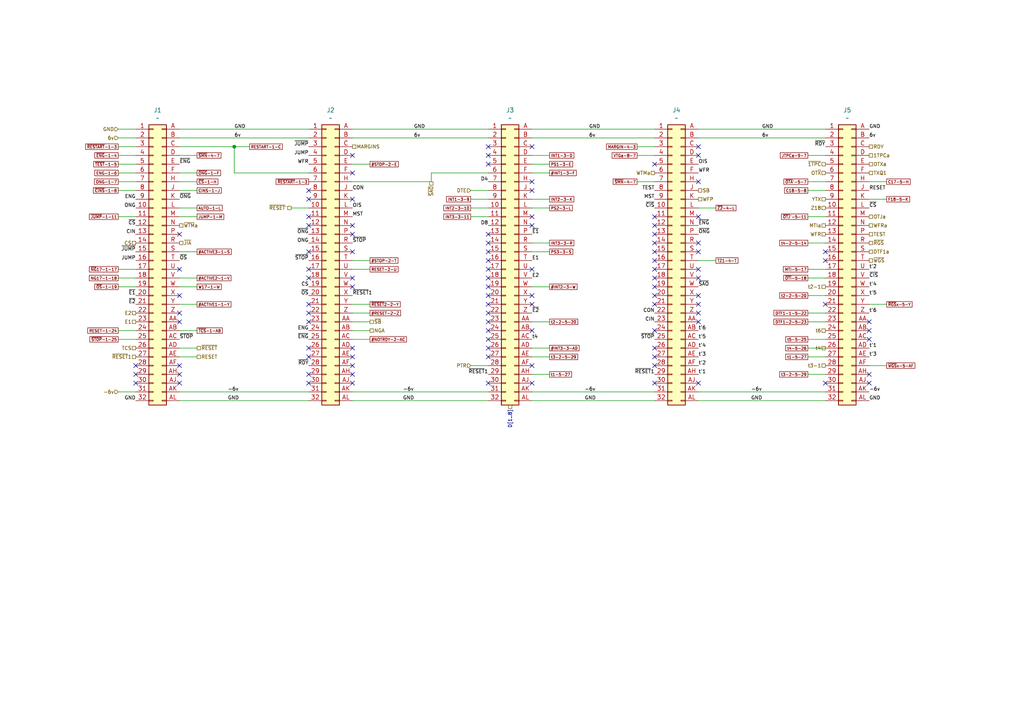
<source format=kicad_sch>
(kicad_sch (version 20211123) (generator eeschema)

  (uuid 660e82da-4e82-4928-9ee4-bfbe26487e55)

  (paper "A4")

  (title_block
    (title "Backplane 2")
    (date "2020-07-20")
  )

  (lib_symbols
    (symbol "LSA:Conn_02x32" (pin_names (offset 1.016) hide) (in_bom yes) (on_board yes)
      (property "Reference" "J" (id 0) (at 1.27 40.64 0)
        (effects (font (size 1.27 1.27)))
      )
      (property "Value" "Conn_02x32" (id 1) (at 1.27 -43.18 0)
        (effects (font (size 1.27 1.27)))
      )
      (property "Footprint" "" (id 2) (at 0 0 0)
        (effects (font (size 1.27 1.27)) hide)
      )
      (property "Datasheet" "" (id 3) (at 0 0 0)
        (effects (font (size 1.27 1.27)) hide)
      )
      (property "ki_fp_filters" "Connector*:*_2x??_*" (id 4) (at 0 0 0)
        (effects (font (size 1.27 1.27)) hide)
      )
      (symbol "Conn_02x32_1_1"
        (rectangle (start -1.27 -40.513) (end 0 -40.767)
          (stroke (width 0.1524) (type default) (color 0 0 0 0))
          (fill (type none))
        )
        (rectangle (start -1.27 -37.973) (end 0 -38.227)
          (stroke (width 0.1524) (type default) (color 0 0 0 0))
          (fill (type none))
        )
        (rectangle (start -1.27 -35.433) (end 0 -35.687)
          (stroke (width 0.1524) (type default) (color 0 0 0 0))
          (fill (type none))
        )
        (rectangle (start -1.27 -32.893) (end 0 -33.147)
          (stroke (width 0.1524) (type default) (color 0 0 0 0))
          (fill (type none))
        )
        (rectangle (start -1.27 -30.353) (end 0 -30.607)
          (stroke (width 0.1524) (type default) (color 0 0 0 0))
          (fill (type none))
        )
        (rectangle (start -1.27 -27.813) (end 0 -28.067)
          (stroke (width 0.1524) (type default) (color 0 0 0 0))
          (fill (type none))
        )
        (rectangle (start -1.27 -25.273) (end 0 -25.527)
          (stroke (width 0.1524) (type default) (color 0 0 0 0))
          (fill (type none))
        )
        (rectangle (start -1.27 -22.733) (end 0 -22.987)
          (stroke (width 0.1524) (type default) (color 0 0 0 0))
          (fill (type none))
        )
        (rectangle (start -1.27 -20.193) (end 0 -20.447)
          (stroke (width 0.1524) (type default) (color 0 0 0 0))
          (fill (type none))
        )
        (rectangle (start -1.27 -17.653) (end 0 -17.907)
          (stroke (width 0.1524) (type default) (color 0 0 0 0))
          (fill (type none))
        )
        (rectangle (start -1.27 -15.113) (end 0 -15.367)
          (stroke (width 0.1524) (type default) (color 0 0 0 0))
          (fill (type none))
        )
        (rectangle (start -1.27 -12.573) (end 0 -12.827)
          (stroke (width 0.1524) (type default) (color 0 0 0 0))
          (fill (type none))
        )
        (rectangle (start -1.27 -10.033) (end 0 -10.287)
          (stroke (width 0.1524) (type default) (color 0 0 0 0))
          (fill (type none))
        )
        (rectangle (start -1.27 -7.493) (end 0 -7.747)
          (stroke (width 0.1524) (type default) (color 0 0 0 0))
          (fill (type none))
        )
        (rectangle (start -1.27 -4.953) (end 0 -5.207)
          (stroke (width 0.1524) (type default) (color 0 0 0 0))
          (fill (type none))
        )
        (rectangle (start -1.27 -2.413) (end 0 -2.667)
          (stroke (width 0.1524) (type default) (color 0 0 0 0))
          (fill (type none))
        )
        (rectangle (start -1.27 0.127) (end 0 -0.127)
          (stroke (width 0.1524) (type default) (color 0 0 0 0))
          (fill (type none))
        )
        (rectangle (start -1.27 2.667) (end 0 2.413)
          (stroke (width 0.1524) (type default) (color 0 0 0 0))
          (fill (type none))
        )
        (rectangle (start -1.27 5.207) (end 0 4.953)
          (stroke (width 0.1524) (type default) (color 0 0 0 0))
          (fill (type none))
        )
        (rectangle (start -1.27 7.747) (end 0 7.493)
          (stroke (width 0.1524) (type default) (color 0 0 0 0))
          (fill (type none))
        )
        (rectangle (start -1.27 10.287) (end 0 10.033)
          (stroke (width 0.1524) (type default) (color 0 0 0 0))
          (fill (type none))
        )
        (rectangle (start -1.27 12.827) (end 0 12.573)
          (stroke (width 0.1524) (type default) (color 0 0 0 0))
          (fill (type none))
        )
        (rectangle (start -1.27 15.367) (end 0 15.113)
          (stroke (width 0.1524) (type default) (color 0 0 0 0))
          (fill (type none))
        )
        (rectangle (start -1.27 17.907) (end 0 17.653)
          (stroke (width 0.1524) (type default) (color 0 0 0 0))
          (fill (type none))
        )
        (rectangle (start -1.27 20.447) (end 0 20.193)
          (stroke (width 0.1524) (type default) (color 0 0 0 0))
          (fill (type none))
        )
        (rectangle (start -1.27 22.987) (end 0 22.733)
          (stroke (width 0.1524) (type default) (color 0 0 0 0))
          (fill (type none))
        )
        (rectangle (start -1.27 25.527) (end 0 25.273)
          (stroke (width 0.1524) (type default) (color 0 0 0 0))
          (fill (type none))
        )
        (rectangle (start -1.27 28.067) (end 0 27.813)
          (stroke (width 0.1524) (type default) (color 0 0 0 0))
          (fill (type none))
        )
        (rectangle (start -1.27 30.607) (end 0 30.353)
          (stroke (width 0.1524) (type default) (color 0 0 0 0))
          (fill (type none))
        )
        (rectangle (start -1.27 33.147) (end 0 32.893)
          (stroke (width 0.1524) (type default) (color 0 0 0 0))
          (fill (type none))
        )
        (rectangle (start -1.27 35.687) (end 0 35.433)
          (stroke (width 0.1524) (type default) (color 0 0 0 0))
          (fill (type none))
        )
        (rectangle (start -1.27 38.227) (end 0 37.973)
          (stroke (width 0.1524) (type default) (color 0 0 0 0))
          (fill (type none))
        )
        (rectangle (start -1.27 39.37) (end 3.81 -41.91)
          (stroke (width 0.254) (type default) (color 0 0 0 0))
          (fill (type background))
        )
        (rectangle (start 3.81 -40.513) (end 2.54 -40.767)
          (stroke (width 0.1524) (type default) (color 0 0 0 0))
          (fill (type none))
        )
        (rectangle (start 3.81 -37.973) (end 2.54 -38.227)
          (stroke (width 0.1524) (type default) (color 0 0 0 0))
          (fill (type none))
        )
        (rectangle (start 3.81 -35.433) (end 2.54 -35.687)
          (stroke (width 0.1524) (type default) (color 0 0 0 0))
          (fill (type none))
        )
        (rectangle (start 3.81 -32.893) (end 2.54 -33.147)
          (stroke (width 0.1524) (type default) (color 0 0 0 0))
          (fill (type none))
        )
        (rectangle (start 3.81 -30.353) (end 2.54 -30.607)
          (stroke (width 0.1524) (type default) (color 0 0 0 0))
          (fill (type none))
        )
        (rectangle (start 3.81 -27.813) (end 2.54 -28.067)
          (stroke (width 0.1524) (type default) (color 0 0 0 0))
          (fill (type none))
        )
        (rectangle (start 3.81 -25.273) (end 2.54 -25.527)
          (stroke (width 0.1524) (type default) (color 0 0 0 0))
          (fill (type none))
        )
        (rectangle (start 3.81 -22.733) (end 2.54 -22.987)
          (stroke (width 0.1524) (type default) (color 0 0 0 0))
          (fill (type none))
        )
        (rectangle (start 3.81 -20.193) (end 2.54 -20.447)
          (stroke (width 0.1524) (type default) (color 0 0 0 0))
          (fill (type none))
        )
        (rectangle (start 3.81 -17.653) (end 2.54 -17.907)
          (stroke (width 0.1524) (type default) (color 0 0 0 0))
          (fill (type none))
        )
        (rectangle (start 3.81 -15.113) (end 2.54 -15.367)
          (stroke (width 0.1524) (type default) (color 0 0 0 0))
          (fill (type none))
        )
        (rectangle (start 3.81 -12.573) (end 2.54 -12.827)
          (stroke (width 0.1524) (type default) (color 0 0 0 0))
          (fill (type none))
        )
        (rectangle (start 3.81 -10.033) (end 2.54 -10.287)
          (stroke (width 0.1524) (type default) (color 0 0 0 0))
          (fill (type none))
        )
        (rectangle (start 3.81 -7.493) (end 2.54 -7.747)
          (stroke (width 0.1524) (type default) (color 0 0 0 0))
          (fill (type none))
        )
        (rectangle (start 3.81 -4.953) (end 2.54 -5.207)
          (stroke (width 0.1524) (type default) (color 0 0 0 0))
          (fill (type none))
        )
        (rectangle (start 3.81 -2.413) (end 2.54 -2.667)
          (stroke (width 0.1524) (type default) (color 0 0 0 0))
          (fill (type none))
        )
        (rectangle (start 3.81 0.127) (end 2.54 -0.127)
          (stroke (width 0.1524) (type default) (color 0 0 0 0))
          (fill (type none))
        )
        (rectangle (start 3.81 2.667) (end 2.54 2.413)
          (stroke (width 0.1524) (type default) (color 0 0 0 0))
          (fill (type none))
        )
        (rectangle (start 3.81 5.207) (end 2.54 4.953)
          (stroke (width 0.1524) (type default) (color 0 0 0 0))
          (fill (type none))
        )
        (rectangle (start 3.81 7.747) (end 2.54 7.493)
          (stroke (width 0.1524) (type default) (color 0 0 0 0))
          (fill (type none))
        )
        (rectangle (start 3.81 10.287) (end 2.54 10.033)
          (stroke (width 0.1524) (type default) (color 0 0 0 0))
          (fill (type none))
        )
        (rectangle (start 3.81 12.827) (end 2.54 12.573)
          (stroke (width 0.1524) (type default) (color 0 0 0 0))
          (fill (type none))
        )
        (rectangle (start 3.81 15.367) (end 2.54 15.113)
          (stroke (width 0.1524) (type default) (color 0 0 0 0))
          (fill (type none))
        )
        (rectangle (start 3.81 17.907) (end 2.54 17.653)
          (stroke (width 0.1524) (type default) (color 0 0 0 0))
          (fill (type none))
        )
        (rectangle (start 3.81 20.447) (end 2.54 20.193)
          (stroke (width 0.1524) (type default) (color 0 0 0 0))
          (fill (type none))
        )
        (rectangle (start 3.81 22.987) (end 2.54 22.733)
          (stroke (width 0.1524) (type default) (color 0 0 0 0))
          (fill (type none))
        )
        (rectangle (start 3.81 25.527) (end 2.54 25.273)
          (stroke (width 0.1524) (type default) (color 0 0 0 0))
          (fill (type none))
        )
        (rectangle (start 3.81 28.067) (end 2.54 27.813)
          (stroke (width 0.1524) (type default) (color 0 0 0 0))
          (fill (type none))
        )
        (rectangle (start 3.81 30.607) (end 2.54 30.353)
          (stroke (width 0.1524) (type default) (color 0 0 0 0))
          (fill (type none))
        )
        (rectangle (start 3.81 33.147) (end 2.54 32.893)
          (stroke (width 0.1524) (type default) (color 0 0 0 0))
          (fill (type none))
        )
        (rectangle (start 3.81 35.687) (end 2.54 35.433)
          (stroke (width 0.1524) (type default) (color 0 0 0 0))
          (fill (type none))
        )
        (rectangle (start 3.81 38.227) (end 2.54 37.973)
          (stroke (width 0.1524) (type default) (color 0 0 0 0))
          (fill (type none))
        )
        (pin passive line (at -5.08 38.1 0) (length 3.81)
          (name "Pin_1" (effects (font (size 1.27 1.27))))
          (number "1" (effects (font (size 1.27 1.27))))
        )
        (pin passive line (at -5.08 15.24 0) (length 3.81)
          (name "Pin_10" (effects (font (size 1.27 1.27))))
          (number "10" (effects (font (size 1.27 1.27))))
        )
        (pin passive line (at -5.08 12.7 0) (length 3.81)
          (name "Pin_11" (effects (font (size 1.27 1.27))))
          (number "11" (effects (font (size 1.27 1.27))))
        )
        (pin passive line (at -5.08 10.16 0) (length 3.81)
          (name "Pin_12" (effects (font (size 1.27 1.27))))
          (number "12" (effects (font (size 1.27 1.27))))
        )
        (pin passive line (at -5.08 7.62 0) (length 3.81)
          (name "Pin_13" (effects (font (size 1.27 1.27))))
          (number "13" (effects (font (size 1.27 1.27))))
        )
        (pin passive line (at -5.08 5.08 0) (length 3.81)
          (name "Pin_14" (effects (font (size 1.27 1.27))))
          (number "14" (effects (font (size 1.27 1.27))))
        )
        (pin passive line (at -5.08 2.54 0) (length 3.81)
          (name "Pin_15" (effects (font (size 1.27 1.27))))
          (number "15" (effects (font (size 1.27 1.27))))
        )
        (pin passive line (at -5.08 0 0) (length 3.81)
          (name "Pin_16" (effects (font (size 1.27 1.27))))
          (number "16" (effects (font (size 1.27 1.27))))
        )
        (pin passive line (at -5.08 -2.54 0) (length 3.81)
          (name "Pin_17" (effects (font (size 1.27 1.27))))
          (number "17" (effects (font (size 1.27 1.27))))
        )
        (pin passive line (at -5.08 -5.08 0) (length 3.81)
          (name "Pin_18" (effects (font (size 1.27 1.27))))
          (number "18" (effects (font (size 1.27 1.27))))
        )
        (pin passive line (at -5.08 -7.62 0) (length 3.81)
          (name "Pin_19" (effects (font (size 1.27 1.27))))
          (number "19" (effects (font (size 1.27 1.27))))
        )
        (pin passive line (at -5.08 35.56 0) (length 3.81)
          (name "Pin_2" (effects (font (size 1.27 1.27))))
          (number "2" (effects (font (size 1.27 1.27))))
        )
        (pin passive line (at -5.08 -10.16 0) (length 3.81)
          (name "Pin_20" (effects (font (size 1.27 1.27))))
          (number "20" (effects (font (size 1.27 1.27))))
        )
        (pin passive line (at -5.08 -12.7 0) (length 3.81)
          (name "Pin_21" (effects (font (size 1.27 1.27))))
          (number "21" (effects (font (size 1.27 1.27))))
        )
        (pin passive line (at -5.08 -15.24 0) (length 3.81)
          (name "Pin_22" (effects (font (size 1.27 1.27))))
          (number "22" (effects (font (size 1.27 1.27))))
        )
        (pin passive line (at -5.08 -17.78 0) (length 3.81)
          (name "Pin_23" (effects (font (size 1.27 1.27))))
          (number "23" (effects (font (size 1.27 1.27))))
        )
        (pin passive line (at -5.08 -20.32 0) (length 3.81)
          (name "Pin_24" (effects (font (size 1.27 1.27))))
          (number "24" (effects (font (size 1.27 1.27))))
        )
        (pin passive line (at -5.08 -22.86 0) (length 3.81)
          (name "Pin_25" (effects (font (size 1.27 1.27))))
          (number "25" (effects (font (size 1.27 1.27))))
        )
        (pin passive line (at -5.08 -25.4 0) (length 3.81)
          (name "Pin_26" (effects (font (size 1.27 1.27))))
          (number "26" (effects (font (size 1.27 1.27))))
        )
        (pin passive line (at -5.08 -27.94 0) (length 3.81)
          (name "Pin_27" (effects (font (size 1.27 1.27))))
          (number "27" (effects (font (size 1.27 1.27))))
        )
        (pin passive line (at -5.08 -30.48 0) (length 3.81)
          (name "Pin_28" (effects (font (size 1.27 1.27))))
          (number "28" (effects (font (size 1.27 1.27))))
        )
        (pin passive line (at -5.08 -33.02 0) (length 3.81)
          (name "Pin_29" (effects (font (size 1.27 1.27))))
          (number "29" (effects (font (size 1.27 1.27))))
        )
        (pin passive line (at -5.08 33.02 0) (length 3.81)
          (name "Pin_3" (effects (font (size 1.27 1.27))))
          (number "3" (effects (font (size 1.27 1.27))))
        )
        (pin passive line (at -5.08 -35.56 0) (length 3.81)
          (name "Pin_30" (effects (font (size 1.27 1.27))))
          (number "30" (effects (font (size 1.27 1.27))))
        )
        (pin passive line (at -5.08 -38.1 0) (length 3.81)
          (name "Pin_31" (effects (font (size 1.27 1.27))))
          (number "31" (effects (font (size 1.27 1.27))))
        )
        (pin passive line (at -5.08 -40.64 0) (length 3.81)
          (name "Pin_32" (effects (font (size 1.27 1.27))))
          (number "32" (effects (font (size 1.27 1.27))))
        )
        (pin passive line (at -5.08 30.48 0) (length 3.81)
          (name "Pin_4" (effects (font (size 1.27 1.27))))
          (number "4" (effects (font (size 1.27 1.27))))
        )
        (pin passive line (at -5.08 27.94 0) (length 3.81)
          (name "Pin_5" (effects (font (size 1.27 1.27))))
          (number "5" (effects (font (size 1.27 1.27))))
        )
        (pin passive line (at -5.08 25.4 0) (length 3.81)
          (name "Pin_6" (effects (font (size 1.27 1.27))))
          (number "6" (effects (font (size 1.27 1.27))))
        )
        (pin passive line (at -5.08 22.86 0) (length 3.81)
          (name "Pin_7" (effects (font (size 1.27 1.27))))
          (number "7" (effects (font (size 1.27 1.27))))
        )
        (pin passive line (at -5.08 20.32 0) (length 3.81)
          (name "Pin_8" (effects (font (size 1.27 1.27))))
          (number "8" (effects (font (size 1.27 1.27))))
        )
        (pin passive line (at -5.08 17.78 0) (length 3.81)
          (name "Pin_9" (effects (font (size 1.27 1.27))))
          (number "9" (effects (font (size 1.27 1.27))))
        )
        (pin passive line (at 7.62 38.1 180) (length 3.81)
          (name "Pin_A" (effects (font (size 1.27 1.27))))
          (number "A" (effects (font (size 1.27 1.27))))
        )
        (pin passive line (at 7.62 -17.78 180) (length 3.81)
          (name "Pin_AA" (effects (font (size 1.27 1.27))))
          (number "AA" (effects (font (size 1.27 1.27))))
        )
        (pin passive line (at 7.62 -20.32 180) (length 3.81)
          (name "Pin_AB" (effects (font (size 1.27 1.27))))
          (number "AB" (effects (font (size 1.27 1.27))))
        )
        (pin passive line (at 7.62 -22.86 180) (length 3.81)
          (name "Pin_AC" (effects (font (size 1.27 1.27))))
          (number "AC" (effects (font (size 1.27 1.27))))
        )
        (pin passive line (at 7.62 -25.4 180) (length 3.81)
          (name "Pin_AD" (effects (font (size 1.27 1.27))))
          (number "AD" (effects (font (size 1.27 1.27))))
        )
        (pin passive line (at 7.62 -27.94 180) (length 3.81)
          (name "Pin_AE" (effects (font (size 1.27 1.27))))
          (number "AE" (effects (font (size 1.27 1.27))))
        )
        (pin passive line (at 7.62 -30.48 180) (length 3.81)
          (name "Pin_AF" (effects (font (size 1.27 1.27))))
          (number "AF" (effects (font (size 1.27 1.27))))
        )
        (pin passive line (at 7.62 -33.02 180) (length 3.81)
          (name "Pin_AH" (effects (font (size 1.27 1.27))))
          (number "AH" (effects (font (size 1.27 1.27))))
        )
        (pin passive line (at 7.62 -35.56 180) (length 3.81)
          (name "Pin_AJ" (effects (font (size 1.27 1.27))))
          (number "AJ" (effects (font (size 1.27 1.27))))
        )
        (pin passive line (at 7.62 -38.1 180) (length 3.81)
          (name "Pin_AK" (effects (font (size 1.27 1.27))))
          (number "AK" (effects (font (size 1.27 1.27))))
        )
        (pin passive line (at 7.62 -40.64 180) (length 3.81)
          (name "Pin_AL" (effects (font (size 1.27 1.27))))
          (number "AL" (effects (font (size 1.27 1.27))))
        )
        (pin passive line (at 7.62 35.56 180) (length 3.81)
          (name "Pin_B" (effects (font (size 1.27 1.27))))
          (number "B" (effects (font (size 1.27 1.27))))
        )
        (pin passive line (at 7.62 33.02 180) (length 3.81)
          (name "Pin_C" (effects (font (size 1.27 1.27))))
          (number "C" (effects (font (size 1.27 1.27))))
        )
        (pin passive line (at 7.62 30.48 180) (length 3.81)
          (name "Pin_D" (effects (font (size 1.27 1.27))))
          (number "D" (effects (font (size 1.27 1.27))))
        )
        (pin passive line (at 7.62 27.94 180) (length 3.81)
          (name "Pin_E" (effects (font (size 1.27 1.27))))
          (number "E" (effects (font (size 1.27 1.27))))
        )
        (pin passive line (at 7.62 25.4 180) (length 3.81)
          (name "Pin_F" (effects (font (size 1.27 1.27))))
          (number "F" (effects (font (size 1.27 1.27))))
        )
        (pin passive line (at 7.62 22.86 180) (length 3.81)
          (name "Pin_H" (effects (font (size 1.27 1.27))))
          (number "H" (effects (font (size 1.27 1.27))))
        )
        (pin passive line (at 7.62 20.32 180) (length 3.81)
          (name "Pin_J" (effects (font (size 1.27 1.27))))
          (number "J" (effects (font (size 1.27 1.27))))
        )
        (pin passive line (at 7.62 17.78 180) (length 3.81)
          (name "Pin_K" (effects (font (size 1.27 1.27))))
          (number "K" (effects (font (size 1.27 1.27))))
        )
        (pin passive line (at 7.62 15.24 180) (length 3.81)
          (name "Pin_L" (effects (font (size 1.27 1.27))))
          (number "L" (effects (font (size 1.27 1.27))))
        )
        (pin passive line (at 7.62 12.7 180) (length 3.81)
          (name "Pin_M" (effects (font (size 1.27 1.27))))
          (number "M" (effects (font (size 1.27 1.27))))
        )
        (pin passive line (at 7.62 10.16 180) (length 3.81)
          (name "Pin_N" (effects (font (size 1.27 1.27))))
          (number "N" (effects (font (size 1.27 1.27))))
        )
        (pin passive line (at 7.62 7.62 180) (length 3.81)
          (name "Pin_P" (effects (font (size 1.27 1.27))))
          (number "P" (effects (font (size 1.27 1.27))))
        )
        (pin passive line (at 7.62 5.08 180) (length 3.81)
          (name "Pin_R" (effects (font (size 1.27 1.27))))
          (number "R" (effects (font (size 1.27 1.27))))
        )
        (pin passive line (at 7.62 2.54 180) (length 3.81)
          (name "Pin_S" (effects (font (size 1.27 1.27))))
          (number "S" (effects (font (size 1.27 1.27))))
        )
        (pin passive line (at 7.62 0 180) (length 3.81)
          (name "Pin_T" (effects (font (size 1.27 1.27))))
          (number "T" (effects (font (size 1.27 1.27))))
        )
        (pin passive line (at 7.62 -2.54 180) (length 3.81)
          (name "Pin_U" (effects (font (size 1.27 1.27))))
          (number "U" (effects (font (size 1.27 1.27))))
        )
        (pin passive line (at 7.62 -5.08 180) (length 3.81)
          (name "Pin_V" (effects (font (size 1.27 1.27))))
          (number "V" (effects (font (size 1.27 1.27))))
        )
        (pin passive line (at 7.62 -7.62 180) (length 3.81)
          (name "Pin_W" (effects (font (size 1.27 1.27))))
          (number "W" (effects (font (size 1.27 1.27))))
        )
        (pin passive line (at 7.62 -10.16 180) (length 3.81)
          (name "Pin_X" (effects (font (size 1.27 1.27))))
          (number "X" (effects (font (size 1.27 1.27))))
        )
        (pin passive line (at 7.62 -12.7 180) (length 3.81)
          (name "Pin_Y" (effects (font (size 1.27 1.27))))
          (number "Y" (effects (font (size 1.27 1.27))))
        )
        (pin passive line (at 7.62 -15.24 180) (length 3.81)
          (name "Pin_Z" (effects (font (size 1.27 1.27))))
          (number "Z" (effects (font (size 1.27 1.27))))
        )
      )
    )
  )


  (junction (at 67.945 42.545) (diameter 0) (color 0 0 0 0)
    (uuid 7395a3ae-a18b-4966-92de-c76d06d418af)
  )

  (no_connect (at 154.305 52.705) (uuid 0001901e-6794-48d2-bdea-7f27795f80ea))
  (no_connect (at 89.535 78.105) (uuid 01c26ec3-defe-4d7b-b025-10324f61d63e))
  (no_connect (at 102.235 106.045) (uuid 02f0ca85-cac2-4b7f-a5c0-44fdeeec13e3))
  (no_connect (at 141.605 70.485) (uuid 0343ec43-b587-4c56-8f89-47a3e89e06b5))
  (no_connect (at 202.565 85.725) (uuid 05d23d43-8384-4999-ad0a-dc38d6b6feb8))
  (no_connect (at 89.535 80.645) (uuid 06bcdaef-6bf2-4207-97ce-0b10149c2059))
  (no_connect (at 202.565 62.865) (uuid 07445936-9534-46b3-bc42-74a22629bf20))
  (no_connect (at 39.37 106.045) (uuid 0a18b3eb-f146-445e-ab61-cc036f039262))
  (no_connect (at 89.535 73.025) (uuid 0b31d0f5-c440-440a-b591-31e33b2ba44f))
  (no_connect (at 202.565 88.265) (uuid 0c909fb2-da6a-4950-8179-a7791f0b024e))
  (no_connect (at 189.865 80.645) (uuid 0d82b229-dfef-4cdb-9f73-50e7c9ca4d77))
  (no_connect (at 154.305 95.885) (uuid 1264e9cf-e79d-45a0-b4b4-cb2f381b9855))
  (no_connect (at 252.095 98.425) (uuid 18c894d2-2abc-4cf5-b1ac-b89c50bf92fe))
  (no_connect (at 141.605 78.105) (uuid 1d4f0585-22d9-46e8-bb0d-bf497ff1af18))
  (no_connect (at 239.395 111.125) (uuid 21bd0b12-9fc9-4a5a-b5ca-f4f881986fe7))
  (no_connect (at 52.07 111.125) (uuid 2254d5f9-f8fc-4e1b-83e8-9ace9dcf1f06))
  (no_connect (at 52.07 108.585) (uuid 22ff9a95-a0dc-4803-a59b-fb9919b4fb07))
  (no_connect (at 102.235 50.165) (uuid 23dabb70-6e10-441a-85c2-03718ff7c3ce))
  (no_connect (at 189.865 67.945) (uuid 27979cb4-97e0-4266-ac77-98a7641f7204))
  (no_connect (at 89.535 108.585) (uuid 28576e81-6b22-4d32-be58-ab289768c1be))
  (no_connect (at 189.865 85.725) (uuid 2a6e9e56-147a-4e49-a080-74a72fec092d))
  (no_connect (at 52.07 106.045) (uuid 2b021b8d-d81b-46e2-a129-e3fc42d509ae))
  (no_connect (at 202.565 45.085) (uuid 336c7527-f860-4c88-b0d6-38af2e8ea3a7))
  (no_connect (at 89.535 65.405) (uuid 33e92343-fc86-499f-9e6e-51a30f69a8f3))
  (no_connect (at 102.235 108.585) (uuid 362597cb-c412-41d4-a958-caa2fb4167b4))
  (no_connect (at 239.395 88.265) (uuid 3893bdbf-2cda-4215-9546-7ae24fc87de0))
  (no_connect (at 52.07 90.805) (uuid 3c745b83-606d-4669-b4f6-074118a802cd))
  (no_connect (at 252.095 108.585) (uuid 3f2244b1-fceb-4542-8535-6c96cd2de0a1))
  (no_connect (at 252.095 93.345) (uuid 40febba7-3d89-4e76-99f1-07e3b4b26a17))
  (no_connect (at 89.535 57.785) (uuid 47912f59-ec67-4351-895b-45f7820f7343))
  (no_connect (at 189.865 100.965) (uuid 49ff3fe4-b464-4e0c-87d9-9dea10cca4df))
  (no_connect (at 189.865 111.125) (uuid 4b7bd371-5395-401b-8a5b-916f9fdffdb3))
  (no_connect (at 202.565 42.545) (uuid 4bc9aed8-4486-4d6e-bcf1-a1bad6e34003))
  (no_connect (at 202.565 80.645) (uuid 4e826cf8-99c7-4f9c-a873-3e1c8201c99c))
  (no_connect (at 189.865 70.485) (uuid 4eb5c41e-4806-4599-8cfc-aefc7dce318d))
  (no_connect (at 102.235 45.085) (uuid 4fce3e3a-f244-4541-9c01-810ba929ad55))
  (no_connect (at 141.605 88.265) (uuid 51f6e241-1997-4a0c-b35b-fdc2ca20f23c))
  (no_connect (at 202.565 70.485) (uuid 547624a7-8532-46f0-8539-8b89dd3afe7b))
  (no_connect (at 39.37 111.125) (uuid 56c37364-2592-4243-9983-b822320e6e06))
  (no_connect (at 141.605 42.545) (uuid 58aed174-c3fe-4482-af7b-99011524800d))
  (no_connect (at 154.305 55.245) (uuid 592c173c-6900-441c-bbfd-e1147f79b734))
  (no_connect (at 89.535 88.265) (uuid 5936fd6b-feff-47f0-b1c6-4c60a067ce42))
  (no_connect (at 202.565 73.025) (uuid 5a54a2f1-87a2-4474-9bd5-a17763ed39a6))
  (no_connect (at 141.605 100.965) (uuid 5a88c721-f8d2-4efa-8e44-fc0475a35db0))
  (no_connect (at 141.605 98.425) (uuid 5c93ce9b-71da-4b27-9382-197a0b5844d6))
  (no_connect (at 189.865 103.505) (uuid 5d0267ff-3619-4de0-aa3c-4d9b4b236079))
  (no_connect (at 141.605 47.625) (uuid 6aeaa0a3-3e58-490d-925e-037f9cdba309))
  (no_connect (at 52.07 78.105) (uuid 6b27737c-d13d-4f15-a172-dffd41a54627))
  (no_connect (at 141.605 90.805) (uuid 6c427f79-210d-49a1-a06f-cf7e1c89cd91))
  (no_connect (at 141.605 103.505) (uuid 6d5c0885-0977-443e-aaed-e78b913e9ff6))
  (no_connect (at 102.235 57.785) (uuid 6f185c93-5cbb-4b60-981c-e82ff785b641))
  (no_connect (at 154.305 111.125) (uuid 70675916-9a69-4153-850d-f9b35fcc5e43))
  (no_connect (at 154.305 65.405) (uuid 726b582c-7c0a-4c1b-bde5-339bbe420625))
  (no_connect (at 202.565 90.805) (uuid 72d702dd-80ea-4b16-9ca6-ad1f8d87139a))
  (no_connect (at 154.305 106.045) (uuid 73188393-42b6-4b0b-a747-73b5077175f1))
  (no_connect (at 102.235 100.965) (uuid 7b10ed5b-c180-45da-ad9b-921e99e08faf))
  (no_connect (at 52.07 85.725) (uuid 7d36c0f0-2fca-4713-a8e2-2b112f638bfa))
  (no_connect (at 189.865 78.105) (uuid 7e7724e3-3b69-479b-a4be-998e0c99ea27))
  (no_connect (at 89.535 62.865) (uuid 7f972e55-88bf-40fb-ab10-e0180d0d38c2))
  (no_connect (at 202.565 52.705) (uuid 80b52fad-5228-4816-aa89-682d20b59cc2))
  (no_connect (at 52.07 67.945) (uuid 81d0f8dc-fed3-4b4b-a9a7-70f7e468fe23))
  (no_connect (at 102.235 103.505) (uuid 85acd816-1700-4126-983f-6c18125a1aac))
  (no_connect (at 141.605 67.945) (uuid 871d6099-b97f-47c8-9217-abd79ccc931d))
  (no_connect (at 189.865 83.185) (uuid 8d886e7a-7529-44eb-8782-89b4d402ebad))
  (no_connect (at 189.865 106.045) (uuid 8efe54a7-d6b8-49f7-88ec-b84d29038234))
  (no_connect (at 102.235 65.405) (uuid 905b85f1-e70c-496c-8e86-1c0b9644055a))
  (no_connect (at 141.605 73.025) (uuid 90d83260-c13f-4197-a2bc-c65eab2372e5))
  (no_connect (at 189.865 75.565) (uuid 95450faa-05ce-429a-bccb-091e68022c19))
  (no_connect (at 189.865 88.265) (uuid 9a9a242b-51ed-4aee-a3d8-1bedcd079a25))
  (no_connect (at 141.605 111.125) (uuid 9b2c5e56-4f4c-4276-9ea6-3439e024337c))
  (no_connect (at 141.605 95.885) (uuid 9c18af1e-0748-45f0-92f3-f6d50447a072))
  (no_connect (at 189.865 73.025) (uuid 9fdd26b8-9d1b-4d1a-8e1a-8b7799e5ce4f))
  (no_connect (at 154.305 62.865) (uuid a3616388-8d45-4a02-ab19-e7381bc181f5))
  (no_connect (at 89.535 111.125) (uuid a3aff204-6e68-4f23-a0c7-09ff01a366ec))
  (no_connect (at 102.235 67.945) (uuid a4ae9149-0371-410a-b91b-be8ed8f5f21a))
  (no_connect (at 89.535 100.965) (uuid a4bd8188-d765-4923-bacc-d06d62ee3072))
  (no_connect (at 141.605 93.345) (uuid a8131988-3af7-4a77-91dc-568aff0135dc))
  (no_connect (at 141.605 83.185) (uuid ab14193f-f7a9-4936-b038-85c20cb98997))
  (no_connect (at 89.535 90.805) (uuid acb23b3c-a419-49a2-b2ac-16b2e26d25e2))
  (no_connect (at 89.535 55.245) (uuid b012a491-d291-431f-a363-92b08540890f))
  (no_connect (at 154.305 88.265) (uuid b97d1077-1609-4b98-8898-036e399df1cf))
  (no_connect (at 239.395 75.565) (uuid bd8be005-0bec-4315-8420-08c6a03c34dc))
  (no_connect (at 189.865 62.865) (uuid c3597333-600d-4fbd-b851-932ecd0538e9))
  (no_connect (at 252.095 111.125) (uuid c35f5065-01a3-420e-94b6-700fc34fb831))
  (no_connect (at 102.235 80.645) (uuid c48c7a83-ab2e-4eb4-af3a-56d89dfd5e5e))
  (no_connect (at 89.535 103.505) (uuid c492ea52-a232-45ba-8d48-d6739eb9e682))
  (no_connect (at 154.305 85.725) (uuid c618a040-7a4e-43a9-b513-f664516dd149))
  (no_connect (at 154.305 78.105) (uuid c6888ad5-bab2-4b7b-b351-5cfa61af52e1))
  (no_connect (at 102.235 83.185) (uuid c9d084fe-c7b5-41b0-9fba-2b58ade5576f))
  (no_connect (at 52.07 93.345) (uuid d11fd860-29ab-4d26-a88e-cd808078e2b8))
  (no_connect (at 202.565 93.345) (uuid d4e22474-3afa-4e89-87d8-933afd84723d))
  (no_connect (at 89.535 93.345) (uuid d805fd73-4bb5-4a60-b54b-d3c7e51a1f79))
  (no_connect (at 141.605 45.085) (uuid d996566a-42e9-4baf-b18b-7c5163221726))
  (no_connect (at 189.865 47.625) (uuid dbf291e9-b778-4d3a-a918-df9c483c4208))
  (no_connect (at 141.605 85.725) (uuid dcab5f32-e5c1-40dc-ba1b-de4e43004c02))
  (no_connect (at 102.235 73.025) (uuid dcc4d1b4-956b-4817-b4f7-8bd0a6de5b37))
  (no_connect (at 102.235 111.125) (uuid e07cb906-e272-4698-9944-a5969d7782bd))
  (no_connect (at 202.565 78.105) (uuid e225c8b3-9e78-418a-9ffc-f5b94693b420))
  (no_connect (at 141.605 80.645) (uuid e7187ce2-55df-4eea-924e-f923b750107b))
  (no_connect (at 239.395 73.025) (uuid e7cb0c5b-ba65-47de-b529-a6415b93cf6f))
  (no_connect (at 154.305 42.545) (uuid e84e305b-99cf-46e1-a52c-c658e6235c6f))
  (no_connect (at 252.095 95.885) (uuid f27d89fc-a0df-40c8-8663-8d52a57aaecb))
  (no_connect (at 202.565 111.125) (uuid f5e3c157-4d68-49af-816e-699af988d7e2))
  (no_connect (at 39.37 108.585) (uuid f7c56818-b24c-44e1-9f86-e30d9c7ff8e6))
  (no_connect (at 189.865 95.885) (uuid f847671a-b87a-4ded-b965-024a22041366))
  (no_connect (at 189.865 65.405) (uuid f8fcb244-00dc-4cf7-bc20-c6690ddfb881))
  (no_connect (at 141.605 75.565) (uuid ff63355c-ed76-4ed6-aa2a-46ad1b64a60e))

  (wire (pts (xy 125.095 52.705) (xy 125.095 50.165))
    (stroke (width 0) (type default) (color 0 0 0 0))
    (uuid 00606290-9121-4e46-8314-c0c14534cfc3)
  )
  (wire (pts (xy 136.525 106.045) (xy 141.605 106.045))
    (stroke (width 0) (type default) (color 0 0 0 0))
    (uuid 0131df13-54a0-4b96-a0bb-85c37599c1a1)
  )
  (wire (pts (xy 154.305 37.465) (xy 189.865 37.465))
    (stroke (width 0) (type default) (color 0 0 0 0))
    (uuid 0340c805-d225-446e-955d-9bba9b082ac4)
  )
  (wire (pts (xy 239.395 98.425) (xy 234.315 98.425))
    (stroke (width 0) (type default) (color 0 0 0 0))
    (uuid 0617aaa7-6f86-43af-b47a-4012d5dbee3a)
  )
  (wire (pts (xy 102.235 40.005) (xy 141.605 40.005))
    (stroke (width 0) (type default) (color 0 0 0 0))
    (uuid 07f0a9e4-846c-4c3f-af8f-4da7d8583281)
  )
  (wire (pts (xy 52.07 40.005) (xy 89.535 40.005))
    (stroke (width 0) (type default) (color 0 0 0 0))
    (uuid 08ecd488-ddbc-4d30-bef2-1cf90e43d9bd)
  )
  (wire (pts (xy 202.565 37.465) (xy 239.395 37.465))
    (stroke (width 0) (type default) (color 0 0 0 0))
    (uuid 097a8f57-b307-41b2-9218-7943c641110c)
  )
  (wire (pts (xy 239.395 78.105) (xy 234.315 78.105))
    (stroke (width 0) (type default) (color 0 0 0 0))
    (uuid 0b3a5d73-39c1-4f1b-8b63-425ed64c272a)
  )
  (wire (pts (xy 39.37 52.705) (xy 34.29 52.705))
    (stroke (width 0) (type default) (color 0 0 0 0))
    (uuid 0da656d4-0509-49bf-a993-1268eeebe6f5)
  )
  (wire (pts (xy 159.385 103.505) (xy 154.305 103.505))
    (stroke (width 0) (type default) (color 0 0 0 0))
    (uuid 0ff23b0a-e9cb-4b48-ae24-cf18672ac01e)
  )
  (wire (pts (xy 34.29 42.545) (xy 39.37 42.545))
    (stroke (width 0) (type default) (color 0 0 0 0))
    (uuid 1019bc57-5093-4df1-a525-da7a999f3ce7)
  )
  (wire (pts (xy 39.37 113.665) (xy 34.29 113.665))
    (stroke (width 0) (type default) (color 0 0 0 0))
    (uuid 11a64e18-bb25-4b1e-bb58-cb4c981da8fb)
  )
  (wire (pts (xy 34.29 37.465) (xy 39.37 37.465))
    (stroke (width 0) (type default) (color 0 0 0 0))
    (uuid 17c62bd4-db5d-437e-8c4f-2056e030a97a)
  )
  (wire (pts (xy 102.235 90.805) (xy 107.315 90.805))
    (stroke (width 0) (type default) (color 0 0 0 0))
    (uuid 19ac5f42-e37e-4ac3-ac4d-457a4a8be0bc)
  )
  (wire (pts (xy 202.565 113.665) (xy 239.395 113.665))
    (stroke (width 0) (type default) (color 0 0 0 0))
    (uuid 1cd0db1e-1937-42d2-9f1a-08dfd8d99097)
  )
  (wire (pts (xy 52.07 37.465) (xy 89.535 37.465))
    (stroke (width 0) (type default) (color 0 0 0 0))
    (uuid 1d21f4b0-1ab3-40f1-85ba-e87b4211a47b)
  )
  (wire (pts (xy 125.095 50.165) (xy 141.605 50.165))
    (stroke (width 0) (type default) (color 0 0 0 0))
    (uuid 1e5fad73-b721-48a4-8c75-e227021e7dd0)
  )
  (wire (pts (xy 52.07 113.665) (xy 89.535 113.665))
    (stroke (width 0) (type default) (color 0 0 0 0))
    (uuid 1e791d69-204e-49cf-8fdd-afc4236a737c)
  )
  (wire (pts (xy 102.235 52.705) (xy 125.095 52.705))
    (stroke (width 0) (type default) (color 0 0 0 0))
    (uuid 2478b888-68bf-4567-a155-5de6b6c7f98c)
  )
  (wire (pts (xy 202.565 116.205) (xy 239.395 116.205))
    (stroke (width 0) (type default) (color 0 0 0 0))
    (uuid 26b03265-b154-467b-bd78-181191cca22c)
  )
  (wire (pts (xy 202.565 40.005) (xy 239.395 40.005))
    (stroke (width 0) (type default) (color 0 0 0 0))
    (uuid 2aeaa9a0-c4f4-421f-b7c4-b31a2cbf8bdb)
  )
  (wire (pts (xy 89.535 60.325) (xy 84.455 60.325))
    (stroke (width 0) (type default) (color 0 0 0 0))
    (uuid 2c7c4330-455c-470c-853a-062eb9deb003)
  )
  (wire (pts (xy 107.315 88.265) (xy 102.235 88.265))
    (stroke (width 0) (type default) (color 0 0 0 0))
    (uuid 3505b427-e06e-4e6b-a559-5675c40b30f0)
  )
  (wire (pts (xy 189.865 45.085) (xy 184.785 45.085))
    (stroke (width 0) (type default) (color 0 0 0 0))
    (uuid 35dae440-084c-48e6-be29-8eaf7d8c7934)
  )
  (wire (pts (xy 154.305 83.185) (xy 159.385 83.185))
    (stroke (width 0) (type default) (color 0 0 0 0))
    (uuid 365d0536-162a-4495-82e2-fc9454f25b60)
  )
  (wire (pts (xy 239.395 70.485) (xy 234.315 70.485))
    (stroke (width 0) (type default) (color 0 0 0 0))
    (uuid 36b47d40-5357-4baa-9f9b-ddf101db563b)
  )
  (wire (pts (xy 136.525 55.245) (xy 141.605 55.245))
    (stroke (width 0) (type default) (color 0 0 0 0))
    (uuid 376490dc-bf25-425f-9a6a-2a2a523dfe7c)
  )
  (wire (pts (xy 39.37 80.645) (xy 34.29 80.645))
    (stroke (width 0) (type default) (color 0 0 0 0))
    (uuid 3934c294-2db2-45f9-a63b-7b8e33a48c24)
  )
  (wire (pts (xy 202.565 75.565) (xy 207.645 75.565))
    (stroke (width 0) (type default) (color 0 0 0 0))
    (uuid 3e0e9378-1315-41aa-8574-fd46669494b4)
  )
  (wire (pts (xy 67.945 42.545) (xy 72.39 42.545))
    (stroke (width 0) (type default) (color 0 0 0 0))
    (uuid 4076fd27-3ed6-48b0-8b5f-8c137706496f)
  )
  (wire (pts (xy 102.235 113.665) (xy 141.605 113.665))
    (stroke (width 0) (type default) (color 0 0 0 0))
    (uuid 41277a57-140b-4343-b9f7-3fc00cc5d59c)
  )
  (wire (pts (xy 136.525 57.785) (xy 141.605 57.785))
    (stroke (width 0) (type default) (color 0 0 0 0))
    (uuid 42965ed9-f48a-4023-9853-eebd214f2aa2)
  )
  (wire (pts (xy 52.07 62.865) (xy 57.15 62.865))
    (stroke (width 0) (type default) (color 0 0 0 0))
    (uuid 45304f15-c3ba-4a04-a9e6-baa464a94dbd)
  )
  (wire (pts (xy 34.29 83.185) (xy 39.37 83.185))
    (stroke (width 0) (type default) (color 0 0 0 0))
    (uuid 48b95e74-97cf-4221-8c30-bba679c7bc7b)
  )
  (wire (pts (xy 234.315 62.865) (xy 239.395 62.865))
    (stroke (width 0) (type default) (color 0 0 0 0))
    (uuid 4c801a6e-a9bd-4b58-9076-540cbe94b4d1)
  )
  (wire (pts (xy 239.395 108.585) (xy 234.315 108.585))
    (stroke (width 0) (type default) (color 0 0 0 0))
    (uuid 52cc863a-295b-43f8-acb8-61c8f8d0a43b)
  )
  (wire (pts (xy 52.07 103.505) (xy 57.15 103.505))
    (stroke (width 0) (type default) (color 0 0 0 0))
    (uuid 5502fa81-17c4-471b-b7ec-9cfef76812ef)
  )
  (wire (pts (xy 52.07 100.965) (xy 57.15 100.965))
    (stroke (width 0) (type default) (color 0 0 0 0))
    (uuid 57bb3b2d-787f-49b2-b815-ba52e69c95cd)
  )
  (wire (pts (xy 252.095 106.045) (xy 257.175 106.045))
    (stroke (width 0) (type default) (color 0 0 0 0))
    (uuid 57c8be47-cae0-4e7c-b4ed-5d4a183c9817)
  )
  (wire (pts (xy 234.315 55.245) (xy 239.395 55.245))
    (stroke (width 0) (type default) (color 0 0 0 0))
    (uuid 61d5274c-f2c3-4aac-aa4c-75e4b4f91665)
  )
  (wire (pts (xy 67.945 50.165) (xy 67.945 42.545))
    (stroke (width 0) (type default) (color 0 0 0 0))
    (uuid 63e9c112-d883-48b8-9da2-1f68006af72b)
  )
  (wire (pts (xy 34.29 50.165) (xy 39.37 50.165))
    (stroke (width 0) (type default) (color 0 0 0 0))
    (uuid 65ca0462-b799-4de6-92d2-e7b6e2334c49)
  )
  (wire (pts (xy 34.29 45.085) (xy 39.37 45.085))
    (stroke (width 0) (type default) (color 0 0 0 0))
    (uuid 6ae56f06-e280-466e-9b1e-677955f219cb)
  )
  (wire (pts (xy 154.305 108.585) (xy 159.385 108.585))
    (stroke (width 0) (type default) (color 0 0 0 0))
    (uuid 6b56b429-f0b3-49b4-b4e2-5f13121910b9)
  )
  (wire (pts (xy 34.29 55.245) (xy 39.37 55.245))
    (stroke (width 0) (type default) (color 0 0 0 0))
    (uuid 6cae4082-c9a0-4c30-9602-d1c6480fb60c)
  )
  (wire (pts (xy 102.235 116.205) (xy 141.605 116.205))
    (stroke (width 0) (type default) (color 0 0 0 0))
    (uuid 6ed5664e-ce08-4085-a67e-a3523ac65153)
  )
  (wire (pts (xy 234.315 85.725) (xy 239.395 85.725))
    (stroke (width 0) (type default) (color 0 0 0 0))
    (uuid 6fd8f9c3-b521-46bb-930d-076e21c25202)
  )
  (wire (pts (xy 159.385 45.085) (xy 154.305 45.085))
    (stroke (width 0) (type default) (color 0 0 0 0))
    (uuid 74dcc6e9-467a-45ea-b54f-f00a268df5d5)
  )
  (wire (pts (xy 52.07 55.245) (xy 57.15 55.245))
    (stroke (width 0) (type default) (color 0 0 0 0))
    (uuid 77ff7a22-e9d8-4b12-bfa2-d1443f08bd3f)
  )
  (wire (pts (xy 57.15 95.885) (xy 52.07 95.885))
    (stroke (width 0) (type default) (color 0 0 0 0))
    (uuid 7ac1b4d6-93f7-4f0b-9654-dfdf65b53208)
  )
  (wire (pts (xy 34.29 62.865) (xy 39.37 62.865))
    (stroke (width 0) (type default) (color 0 0 0 0))
    (uuid 7de72e53-56be-4d71-9254-66df1c6256ec)
  )
  (wire (pts (xy 154.305 47.625) (xy 159.385 47.625))
    (stroke (width 0) (type default) (color 0 0 0 0))
    (uuid 7ecd2d5e-afe1-49d9-ae3f-57cbd8dd5b14)
  )
  (wire (pts (xy 207.645 60.325) (xy 202.565 60.325))
    (stroke (width 0) (type default) (color 0 0 0 0))
    (uuid 80d4f948-7188-495d-a43d-61af0b5de198)
  )
  (wire (pts (xy 257.175 88.265) (xy 252.095 88.265))
    (stroke (width 0) (type default) (color 0 0 0 0))
    (uuid 83ca2473-3fea-4fa9-a987-79069131cce4)
  )
  (wire (pts (xy 34.29 95.885) (xy 39.37 95.885))
    (stroke (width 0) (type default) (color 0 0 0 0))
    (uuid 868e0cf4-b231-4f3c-bc80-d805c97ea0b1)
  )
  (wire (pts (xy 234.315 90.805) (xy 239.395 90.805))
    (stroke (width 0) (type default) (color 0 0 0 0))
    (uuid 89f81e90-9cb6-49b3-835d-7a0c5331cbf9)
  )
  (wire (pts (xy 52.07 42.545) (xy 67.945 42.545))
    (stroke (width 0) (type default) (color 0 0 0 0))
    (uuid 8ae63376-0c93-459a-a25f-dbc5903e3b29)
  )
  (wire (pts (xy 102.235 37.465) (xy 141.605 37.465))
    (stroke (width 0) (type default) (color 0 0 0 0))
    (uuid 8db4a70a-6857-4917-8e97-fea431a36cfb)
  )
  (wire (pts (xy 159.385 73.025) (xy 154.305 73.025))
    (stroke (width 0) (type default) (color 0 0 0 0))
    (uuid 8f357149-4578-4372-b991-d6fc5cefd1da)
  )
  (wire (pts (xy 239.395 93.345) (xy 234.315 93.345))
    (stroke (width 0) (type default) (color 0 0 0 0))
    (uuid 90229327-e283-4e7f-af9a-978f22575c1b)
  )
  (wire (pts (xy 102.235 98.425) (xy 107.315 98.425))
    (stroke (width 0) (type default) (color 0 0 0 0))
    (uuid 909d2324-de69-45f0-bcf7-f68958533f80)
  )
  (wire (pts (xy 154.305 57.785) (xy 159.385 57.785))
    (stroke (width 0) (type default) (color 0 0 0 0))
    (uuid 92b67e7d-25c5-4adf-9b87-cc7c9a99f9ca)
  )
  (wire (pts (xy 184.785 42.545) (xy 189.865 42.545))
    (stroke (width 0) (type default) (color 0 0 0 0))
    (uuid 995f0d31-9c4c-4ff1-a723-32633e4cfe43)
  )
  (wire (pts (xy 89.535 50.165) (xy 67.945 50.165))
    (stroke (width 0) (type default) (color 0 0 0 0))
    (uuid 9bb3c1c2-b7f3-43ea-97f8-e8e23eb44647)
  )
  (wire (pts (xy 239.395 45.085) (xy 234.315 45.085))
    (stroke (width 0) (type default) (color 0 0 0 0))
    (uuid 9bc92ae7-fc05-4f91-a332-7fa1a433c0e3)
  )
  (wire (pts (xy 102.235 78.105) (xy 107.315 78.105))
    (stroke (width 0) (type default) (color 0 0 0 0))
    (uuid 9c0200b4-b249-494f-91f8-62ef9fc525bf)
  )
  (wire (pts (xy 52.07 73.025) (xy 57.15 73.025))
    (stroke (width 0) (type default) (color 0 0 0 0))
    (uuid 9c8d8ecb-c926-4c86-ac6e-7c04ad9dbb81)
  )
  (wire (pts (xy 57.15 83.185) (xy 52.07 83.185))
    (stroke (width 0) (type default) (color 0 0 0 0))
    (uuid a18cbbb0-e4c8-4a46-9a74-6f471b0605c5)
  )
  (wire (pts (xy 141.605 60.325) (xy 136.525 60.325))
    (stroke (width 0) (type default) (color 0 0 0 0))
    (uuid a313309e-53e8-417f-8d13-e0e1e1e4c495)
  )
  (wire (pts (xy 107.315 93.345) (xy 102.235 93.345))
    (stroke (width 0) (type default) (color 0 0 0 0))
    (uuid a3941671-50bb-420f-8488-63dc5332358f)
  )
  (wire (pts (xy 154.305 70.485) (xy 159.385 70.485))
    (stroke (width 0) (type default) (color 0 0 0 0))
    (uuid a6a30fc2-1c00-466f-918e-8334d6848fd3)
  )
  (wire (pts (xy 102.235 95.885) (xy 107.315 95.885))
    (stroke (width 0) (type default) (color 0 0 0 0))
    (uuid a7e8b52f-0591-4a3e-89aa-097b0d57e3b9)
  )
  (wire (pts (xy 52.07 50.165) (xy 57.15 50.165))
    (stroke (width 0) (type default) (color 0 0 0 0))
    (uuid a8e75c26-2295-4e3b-8cc4-48b5365d9f83)
  )
  (wire (pts (xy 57.15 60.325) (xy 52.07 60.325))
    (stroke (width 0) (type default) (color 0 0 0 0))
    (uuid ac7f75b1-dd51-4262-9692-ac6727cf4e3c)
  )
  (wire (pts (xy 39.37 40.005) (xy 34.29 40.005))
    (stroke (width 0) (type default) (color 0 0 0 0))
    (uuid afb44a1b-e810-47ec-8314-bac2fe0060f8)
  )
  (wire (pts (xy 154.305 100.965) (xy 159.385 100.965))
    (stroke (width 0) (type default) (color 0 0 0 0))
    (uuid afec6f98-4f17-471f-a2ea-b72f53c626f2)
  )
  (wire (pts (xy 39.37 98.425) (xy 34.29 98.425))
    (stroke (width 0) (type default) (color 0 0 0 0))
    (uuid b1abc39f-14c0-4588-bbe4-f3cdb9d2be1d)
  )
  (wire (pts (xy 136.525 62.865) (xy 141.605 62.865))
    (stroke (width 0) (type default) (color 0 0 0 0))
    (uuid b3549870-8356-4766-b2c5-d03d3d4be41f)
  )
  (wire (pts (xy 57.15 45.085) (xy 52.07 45.085))
    (stroke (width 0) (type default) (color 0 0 0 0))
    (uuid b6c42e98-2293-4f4f-807e-95b0bebd706b)
  )
  (wire (pts (xy 257.175 52.705) (xy 252.095 52.705))
    (stroke (width 0) (type default) (color 0 0 0 0))
    (uuid b95261b2-6130-43a0-be7d-6743415e47ed)
  )
  (wire (pts (xy 102.235 47.625) (xy 107.315 47.625))
    (stroke (width 0) (type default) (color 0 0 0 0))
    (uuid ba4920a4-17ae-4664-aeb9-ba4495aeb02a)
  )
  (wire (pts (xy 39.37 47.625) (xy 34.29 47.625))
    (stroke (width 0) (type default) (color 0 0 0 0))
    (uuid bdac71e9-9f75-4b4a-9e6f-d3b1580e881d)
  )
  (wire (pts (xy 234.315 80.645) (xy 239.395 80.645))
    (stroke (width 0) (type default) (color 0 0 0 0))
    (uuid c3c8b6dd-3055-47b3-a3b6-90ac2453a84a)
  )
  (wire (pts (xy 52.07 116.205) (xy 89.535 116.205))
    (stroke (width 0) (type default) (color 0 0 0 0))
    (uuid c505bad0-3c76-4fcc-b406-ab4dba35030a)
  )
  (wire (pts (xy 154.305 40.005) (xy 189.865 40.005))
    (stroke (width 0) (type default) (color 0 0 0 0))
    (uuid c5aaaf01-ad74-4da7-b711-579310dc8f95)
  )
  (wire (pts (xy 159.385 93.345) (xy 154.305 93.345))
    (stroke (width 0) (type default) (color 0 0 0 0))
    (uuid c950f428-58b2-4529-88f0-c65ff089a473)
  )
  (wire (pts (xy 154.305 116.205) (xy 189.865 116.205))
    (stroke (width 0) (type default) (color 0 0 0 0))
    (uuid cb00a43c-f30d-4c5b-b6b0-b94943b8a4d1)
  )
  (wire (pts (xy 52.07 88.265) (xy 57.15 88.265))
    (stroke (width 0) (type default) (color 0 0 0 0))
    (uuid cccc243c-4c94-4170-ba47-6088310f5f63)
  )
  (wire (pts (xy 159.385 50.165) (xy 154.305 50.165))
    (stroke (width 0) (type default) (color 0 0 0 0))
    (uuid ce86b5a0-0e6b-4e1d-bc6e-55a64ad64bc3)
  )
  (wire (pts (xy 34.29 78.105) (xy 39.37 78.105))
    (stroke (width 0) (type default) (color 0 0 0 0))
    (uuid dc42a6a5-037c-4457-8ab4-5b6d824a9ea2)
  )
  (wire (pts (xy 159.385 60.325) (xy 154.305 60.325))
    (stroke (width 0) (type default) (color 0 0 0 0))
    (uuid dcaf58de-8ba5-470c-a477-374a5b7acc60)
  )
  (wire (pts (xy 239.395 103.505) (xy 234.315 103.505))
    (stroke (width 0) (type default) (color 0 0 0 0))
    (uuid dd1d1266-4cd7-4e15-bf31-df034236af00)
  )
  (wire (pts (xy 57.15 52.705) (xy 52.07 52.705))
    (stroke (width 0) (type default) (color 0 0 0 0))
    (uuid de545418-64a6-49c0-8d1d-0af36a750db1)
  )
  (wire (pts (xy 189.865 52.705) (xy 184.785 52.705))
    (stroke (width 0) (type default) (color 0 0 0 0))
    (uuid dfe7700d-1bf2-41e9-a36a-f7450e27cf36)
  )
  (wire (pts (xy 234.315 52.705) (xy 239.395 52.705))
    (stroke (width 0) (type default) (color 0 0 0 0))
    (uuid ead96d84-ce67-4c8e-b7c8-9ed5107a094c)
  )
  (wire (pts (xy 102.235 75.565) (xy 107.315 75.565))
    (stroke (width 0) (type default) (color 0 0 0 0))
    (uuid eed79004-e797-471b-a5e3-9ba3cc39d984)
  )
  (wire (pts (xy 52.07 80.645) (xy 57.15 80.645))
    (stroke (width 0) (type default) (color 0 0 0 0))
    (uuid f0e48c2d-444a-46ed-b081-3fb13d8a3345)
  )
  (wire (pts (xy 154.305 113.665) (xy 189.865 113.665))
    (stroke (width 0) (type default) (color 0 0 0 0))
    (uuid f1524794-3f46-4b9f-893f-9d81aba5c70c)
  )
  (wire (pts (xy 234.315 100.965) (xy 239.395 100.965))
    (stroke (width 0) (type default) (color 0 0 0 0))
    (uuid fb546a2c-11dd-43c7-be98-ead8c687bc08)
  )
  (wire (pts (xy 257.175 57.785) (xy 252.095 57.785))
    (stroke (width 0) (type default) (color 0 0 0 0))
    (uuid ffd8aa8c-59c3-4465-96bf-831f559d51f1)
  )

  (label "~{CS}" (at 252.095 60.325 0)
    (effects (font (size 1.016 1.016)) (justify left bottom))
    (uuid 012fe268-b1d6-4b7d-8f52-27387ff079e5)
  )
  (label "GND" (at 120.015 37.465 0)
    (effects (font (size 1.016 1.016)) (justify left bottom))
    (uuid 0138545d-ae6c-4fd9-8944-dd231a8602a8)
  )
  (label "ENG" (at 39.37 57.785 180)
    (effects (font (size 1.016 1.016)) (justify right bottom))
    (uuid 017cef9a-12b7-44b4-a041-86f2c1e5af9c)
  )
  (label "t'4" (at 252.095 83.185 0)
    (effects (font (size 1.016 1.016)) (justify left bottom))
    (uuid 04b3b902-e5ad-4cf8-b930-1a76a5f73d00)
  )
  (label "~{CIS}" (at 252.095 80.645 0)
    (effects (font (size 1.016 1.016)) (justify left bottom))
    (uuid 082e8e8b-260f-41ce-8606-57ce51997d4a)
  )
  (label "t'1" (at 252.095 100.965 0)
    (effects (font (size 1.016 1.016)) (justify left bottom))
    (uuid 0a0cc58c-d6e0-4ed7-9d10-46831ec3394e)
  )
  (label "~{OS}" (at 52.07 75.565 0)
    (effects (font (size 1.016 1.016)) (justify left bottom))
    (uuid 0ecd89bd-f406-4626-a7e2-d002665da350)
  )
  (label "~{JUMP}" (at 89.535 42.545 180)
    (effects (font (size 1.016 1.016)) (justify right bottom))
    (uuid 0f0508a1-8935-43d6-a0dc-8a765422d5ec)
  )
  (label "~{STOP}" (at 189.865 98.425 180)
    (effects (font (size 1.016 1.016)) (justify right bottom))
    (uuid 130f6154-2adc-475f-b40d-26de827096fc)
  )
  (label "GND" (at 252.095 37.465 0)
    (effects (font (size 1.016 1.016)) (justify left bottom))
    (uuid 15e47ad8-8fa5-49a1-8396-77018b64094a)
  )
  (label "CIN" (at 189.865 93.345 180)
    (effects (font (size 1.016 1.016)) (justify right bottom))
    (uuid 17b25500-734a-4a88-bfb6-8ff517e05b4b)
  )
  (label "GND" (at 67.945 37.465 0)
    (effects (font (size 1.016 1.016)) (justify left bottom))
    (uuid 1834c779-ed25-4719-8ecc-c0e71d7755f4)
  )
  (label "t'1" (at 202.565 108.585 0)
    (effects (font (size 1.016 1.016)) (justify left bottom))
    (uuid 1f83a11e-2189-466b-b64c-6ca09a033e42)
  )
  (label "D8" (at 141.605 65.405 180)
    (effects (font (size 1.016 1.016)) (justify right bottom))
    (uuid 20ea5331-aeea-491b-82a6-47eb98058603)
  )
  (label "D4" (at 141.605 52.705 180)
    (effects (font (size 1.016 1.016)) (justify right bottom))
    (uuid 219f7e71-978d-4433-849d-3bbe2cf48e61)
  )
  (label "-6v" (at 66.04 113.665 0)
    (effects (font (size 1.016 1.016)) (justify left bottom))
    (uuid 23e255f3-bd6a-4451-b7f0-60f7fe593973)
  )
  (label "~{JUMP}" (at 39.37 73.025 180)
    (effects (font (size 1.016 1.016)) (justify right bottom))
    (uuid 29972725-1813-48bd-82fc-2012d1efdab3)
  )
  (label "CIN" (at 39.37 67.945 180)
    (effects (font (size 1.016 1.016)) (justify right bottom))
    (uuid 2d724d0a-f8e7-4c08-9959-b7a742c19d17)
  )
  (label "MST" (at 189.865 57.785 180)
    (effects (font (size 1.016 1.016)) (justify right bottom))
    (uuid 325420fc-09de-42b8-9ffb-cc2bba9efbad)
  )
  (label "GND" (at 252.095 116.205 0)
    (effects (font (size 1.016 1.016)) (justify left bottom))
    (uuid 38ebee3a-3aff-46f4-829d-62c80d72b3f8)
  )
  (label "6v" (at 120.015 40.005 0)
    (effects (font (size 1.016 1.016)) (justify left bottom))
    (uuid 3a7ac7b1-524a-41b1-a682-b1f623ff0452)
  )
  (label "t'5" (at 252.095 85.725 0)
    (effects (font (size 1.016 1.016)) (justify left bottom))
    (uuid 3c81c42a-2524-41a3-bc4c-a09313bb3b6b)
  )
  (label "~{ENG}" (at 202.565 65.405 0)
    (effects (font (size 1.016 1.016)) (justify left bottom))
    (uuid 3df1be47-402f-4672-9d3b-1c90da2cb3ae)
  )
  (label "OIS" (at 102.235 60.325 0)
    (effects (font (size 1.016 1.016)) (justify left bottom))
    (uuid 415044d8-295e-4804-bf52-153356fc2c5d)
  )
  (label "MST" (at 102.235 62.865 0)
    (effects (font (size 1.016 1.016)) (justify left bottom))
    (uuid 42a9234d-19d0-4ff6-b74a-11a3f8faf3ca)
  )
  (label "WFR" (at 89.535 47.625 180)
    (effects (font (size 1.016 1.016)) (justify right bottom))
    (uuid 4575d0de-7094-492a-a420-216d48dc2a69)
  )
  (label "~{RESET}1" (at 189.865 108.585 180)
    (effects (font (size 1.016 1.016)) (justify right bottom))
    (uuid 458ef9e3-b775-4bd3-8adf-af20385065bb)
  )
  (label "GND" (at 116.84 116.205 0)
    (effects (font (size 1.016 1.016)) (justify left bottom))
    (uuid 45ca7532-b6f3-4be6-940b-c5a524811991)
  )
  (label "6v" (at 67.945 40.005 0)
    (effects (font (size 1.016 1.016)) (justify left bottom))
    (uuid 46becfc3-e5ac-4228-83c4-e53d1bedf9c8)
  )
  (label "RESET" (at 252.095 55.245 0)
    (effects (font (size 1.016 1.016)) (justify left bottom))
    (uuid 47a29020-a949-44ad-a201-2b17033008f3)
  )
  (label "ONG" (at 89.535 70.485 180)
    (effects (font (size 1.016 1.016)) (justify right bottom))
    (uuid 4a3b1470-39d8-41d9-8efa-402ef5bc2509)
  )
  (label "~{SAO}" (at 202.565 83.185 0)
    (effects (font (size 1.016 1.016)) (justify left bottom))
    (uuid 4a72edbf-d313-4447-a4f3-35c0eb6a8bf8)
  )
  (label "GND" (at 169.545 116.205 0)
    (effects (font (size 1.016 1.016)) (justify left bottom))
    (uuid 4e06b3f0-90e0-452e-ba80-a5bf8e0397ff)
  )
  (label "OIS" (at 202.565 47.625 0)
    (effects (font (size 1.016 1.016)) (justify left bottom))
    (uuid 54db125e-a960-4409-91ff-d7d0716e8b0c)
  )
  (label "-6v" (at 217.805 113.665 0)
    (effects (font (size 1.016 1.016)) (justify left bottom))
    (uuid 5c12d369-77cd-4399-ac90-d58ce3e50d02)
  )
  (label "~{ONG}" (at 202.565 67.945 0)
    (effects (font (size 1.016 1.016)) (justify left bottom))
    (uuid 5d5f17bd-7188-4a34-9ce3-af73f4590934)
  )
  (label "t'4" (at 202.565 100.965 0)
    (effects (font (size 1.016 1.016)) (justify left bottom))
    (uuid 5e6f1898-6a77-49b1-9f3f-bf0ed1c60790)
  )
  (label "6v" (at 252.095 40.005 0)
    (effects (font (size 1.016 1.016)) (justify left bottom))
    (uuid 63cf0135-f3f8-4f57-a820-a2c927dabd2b)
  )
  (label "GND" (at 66.04 116.205 0)
    (effects (font (size 1.016 1.016)) (justify left bottom))
    (uuid 6467d237-e23e-4e5d-90e2-b918558157ae)
  )
  (label "~{RDY}" (at 89.535 106.045 180)
    (effects (font (size 1.016 1.016)) (justify right bottom))
    (uuid 6556c1a8-cc8f-4b7a-925f-b1fe5dded060)
  )
  (label "CON" (at 102.235 55.245 0)
    (effects (font (size 1.016 1.016)) (justify left bottom))
    (uuid 6cef401d-8c90-4c8f-a686-ceed0092a687)
  )
  (label "WFR" (at 202.565 50.165 0)
    (effects (font (size 1.016 1.016)) (justify left bottom))
    (uuid 6dafc230-6de7-4b71-ad9f-5f48c4168b3c)
  )
  (label "~{ONG}" (at 89.535 67.945 180)
    (effects (font (size 1.016 1.016)) (justify right bottom))
    (uuid 727fee26-eb19-4ea0-bfe4-009954683239)
  )
  (label "~{CIS}" (at 189.865 60.325 180)
    (effects (font (size 1.016 1.016)) (justify right bottom))
    (uuid 74030e3b-289e-484a-94bc-a19d767095ed)
  )
  (label "ONG" (at 39.37 60.325 180)
    (effects (font (size 1.016 1.016)) (justify right bottom))
    (uuid 761a7290-d9a1-4130-94a9-d6ea2a9beccc)
  )
  (label "GND" (at 217.805 116.205 0)
    (effects (font (size 1.016 1.016)) (justify left bottom))
    (uuid 7c693021-7dfc-4906-a71a-0ecbf3821dbc)
  )
  (label "t'2" (at 202.565 106.045 0)
    (effects (font (size 1.016 1.016)) (justify left bottom))
    (uuid 7e83da0e-9302-455d-9996-500412fae79d)
  )
  (label "~{STOP}" (at 52.07 98.425 0)
    (effects (font (size 1.016 1.016)) (justify left bottom))
    (uuid 7ffdf946-d267-4a1e-98ab-18aff51aeb9b)
  )
  (label "6v" (at 170.815 40.005 0)
    (effects (font (size 1.016 1.016)) (justify left bottom))
    (uuid 806c7817-85d5-4586-90d5-cdc1a78223d2)
  )
  (label "~{E2}" (at 154.305 90.805 0)
    (effects (font (size 1.016 1.016)) (justify left bottom))
    (uuid 80dd4f02-23f2-44fa-8813-8c8ced22b6a8)
  )
  (label "~{E1}" (at 39.37 85.725 180)
    (effects (font (size 1.016 1.016)) (justify right bottom))
    (uuid 8262929d-c371-48ee-92f4-4db960e6f034)
  )
  (label "6v" (at 220.98 40.005 0)
    (effects (font (size 1.016 1.016)) (justify left bottom))
    (uuid 889e703f-7e5c-4876-a87b-8e5f7b3e3e27)
  )
  (label "TEST" (at 189.865 55.245 180)
    (effects (font (size 1.016 1.016)) (justify right bottom))
    (uuid 8ab251a9-b57e-408c-90fd-e9aa63557132)
  )
  (label "~{RESET}1" (at 102.235 85.725 0)
    (effects (font (size 1.016 1.016)) (justify left bottom))
    (uuid 8be1c2e6-3f30-40ea-b992-39264578e73b)
  )
  (label "ENG" (at 89.535 95.885 180)
    (effects (font (size 1.016 1.016)) (justify right bottom))
    (uuid 8e8ba2a3-5950-4b62-918e-e92d9d318c31)
  )
  (label "~{STOP}" (at 102.235 70.485 0)
    (effects (font (size 1.016 1.016)) (justify left bottom))
    (uuid 8eaf5c6f-b138-4dc1-9e54-4d543e8cff45)
  )
  (label "-6v" (at 169.545 113.665 0)
    (effects (font (size 1.016 1.016)) (justify left bottom))
    (uuid 8f26a749-aaf9-415e-a15e-7502ed012b50)
  )
  (label "~{ONG}" (at 52.07 57.785 0)
    (effects (font (size 1.016 1.016)) (justify left bottom))
    (uuid 910c22eb-e31d-4a47-b3d5-8c58be791884)
  )
  (label "JUMP" (at 39.37 75.565 180)
    (effects (font (size 1.016 1.016)) (justify right bottom))
    (uuid 932bf6d1-b5b9-4441-aa82-03d21b116099)
  )
  (label "JUMP" (at 89.535 45.085 180)
    (effects (font (size 1.016 1.016)) (justify right bottom))
    (uuid 96989d77-928f-4f5b-9332-a33f6f188389)
  )
  (label "~{ENG}" (at 52.07 47.625 0)
    (effects (font (size 1.016 1.016)) (justify left bottom))
    (uuid ac34ecf7-73cf-4bcb-960c-4a8b6d7088fa)
  )
  (label "~{E1}" (at 154.305 67.945 0)
    (effects (font (size 1.016 1.016)) (justify left bottom))
    (uuid acc69c83-1e64-40bd-b606-297e8fdc2369)
  )
  (label "-6v" (at 116.84 113.665 0)
    (effects (font (size 1.016 1.016)) (justify left bottom))
    (uuid af5558eb-4edd-4c5c-b597-a742ecd13901)
  )
  (label "GND" (at 39.37 116.205 180)
    (effects (font (size 1.016 1.016)) (justify right bottom))
    (uuid b4bc52a5-c0f3-40a8-9ea3-9f04db874b99)
  )
  (label "CON" (at 189.865 90.805 180)
    (effects (font (size 1.016 1.016)) (justify right bottom))
    (uuid b4cbea01-ddeb-484c-92e0-4541915fa6af)
  )
  (label "t'5" (at 202.565 98.425 0)
    (effects (font (size 1.016 1.016)) (justify left bottom))
    (uuid c475baff-38a7-4607-892a-9c510977f746)
  )
  (label "GND" (at 220.98 37.465 0)
    (effects (font (size 1.016 1.016)) (justify left bottom))
    (uuid c584cf4c-a768-465f-81e9-b48c3fb47b12)
  )
  (label "~{RESET}1" (at 141.605 108.585 180)
    (effects (font (size 1.016 1.016)) (justify right bottom))
    (uuid c8952ef7-f37a-45cf-a04a-b544933a60ac)
  )
  (label "t'6" (at 202.565 95.885 0)
    (effects (font (size 1.016 1.016)) (justify left bottom))
    (uuid cc33f97a-10e3-46eb-9840-ce3584c4790e)
  )
  (label "t'6" (at 252.095 90.805 0)
    (effects (font (size 1.016 1.016)) (justify left bottom))
    (uuid d607b527-33ce-48cb-83b4-38121395cf4f)
  )
  (label "~{RDY}" (at 239.395 42.545 180)
    (effects (font (size 1.016 1.016)) (justify right bottom))
    (uuid d86a32a5-67d8-42e4-a58e-e31ec630b984)
  )
  (label "~{CS}" (at 39.37 65.405 180)
    (effects (font (size 1.016 1.016)) (justify right bottom))
    (uuid dc3b8b2e-9135-438b-84c6-278ba2cff5a4)
  )
  (label "-6v" (at 252.095 113.665 0)
    (effects (font (size 1.016 1.016)) (justify left bottom))
    (uuid e663c687-d8de-4fe5-b508-8458580151a5)
  )
  (label "t'2" (at 252.095 78.105 0)
    (effects (font (size 1.016 1.016)) (justify left bottom))
    (uuid e6fb542e-5797-42ef-b5a4-365a1368e26b)
  )
  (label "~{STOP}" (at 89.535 75.565 180)
    (effects (font (size 1.016 1.016)) (justify right bottom))
    (uuid e75415b2-7f1b-4ea3-a177-6772f06b31b6)
  )
  (label "~{OS}" (at 89.535 85.725 180)
    (effects (font (size 1.016 1.016)) (justify right bottom))
    (uuid eb2c70bc-ef17-4613-bea8-f7c8b9b017db)
  )
  (label "t'3" (at 252.095 103.505 0)
    (effects (font (size 1.016 1.016)) (justify left bottom))
    (uuid ebb6d71e-3841-4a8d-b664-4ef9671532b2)
  )
  (label "CS" (at 89.535 83.185 180)
    (effects (font (size 1.016 1.016)) (justify right bottom))
    (uuid ec1d4a50-298b-4917-8cbb-64680b14fe5c)
  )
  (label "~{E2}" (at 39.37 88.265 180)
    (effects (font (size 1.016 1.016)) (justify right bottom))
    (uuid ec5b8b73-7a32-479c-a551-a27a13e8cb64)
  )
  (label "~{ENG}" (at 89.535 98.425 180)
    (effects (font (size 1.016 1.016)) (justify right bottom))
    (uuid eedb1c45-b4ca-4a6c-8931-bfe18e45e949)
  )
  (label "E2" (at 154.305 80.645 0)
    (effects (font (size 1.016 1.016)) (justify left bottom))
    (uuid f1b00ac2-e6ac-4d31-a316-835fa97f0568)
  )
  (label "t4" (at 154.305 98.425 0)
    (effects (font (size 1.016 1.016)) (justify left bottom))
    (uuid f36f026d-6689-49ec-905a-7ec0fd532c2b)
  )
  (label "E1" (at 154.305 75.565 0)
    (effects (font (size 1.016 1.016)) (justify left bottom))
    (uuid f7d7015d-1dbd-4ffe-abc0-e8fd8e8a222b)
  )
  (label "GND" (at 170.815 37.465 0)
    (effects (font (size 1.016 1.016)) (justify left bottom))
    (uuid fb7c8f19-e622-4de1-a88f-35e175448cf0)
  )
  (label "t'3" (at 202.565 103.505 0)
    (effects (font (size 1.016 1.016)) (justify left bottom))
    (uuid fbafe67f-505d-45bb-aa96-c2be735854c0)
  )

  (global_label "~{JUMP}-1-11" (shape passive) (at 34.29 62.865 180) (fields_autoplaced)
    (effects (font (size 0.8128 0.8128)) (justify right))
    (uuid 10482c94-1465-4297-a7c9-c5ec3ddab12e)
    (property "Intersheet References" "${INTERSHEET_REFS}" (id 0) (at 0 0 0)
      (effects (font (size 1.27 1.27)) hide)
    )
  )
  (global_label "~{SMN}-4-7" (shape passive) (at 184.785 52.705 180) (fields_autoplaced)
    (effects (font (size 0.8128 0.8128)) (justify right))
    (uuid 13a2dcf3-e83d-4b78-ad40-d4dd2c410933)
    (property "Intersheet References" "${INTERSHEET_REFS}" (id 0) (at 0 0 0)
      (effects (font (size 1.27 1.27)) hide)
    )
  )
  (global_label "#INT3-3-AD" (shape passive) (at 159.385 100.965 0) (fields_autoplaced)
    (effects (font (size 0.8128 0.8128)) (justify left))
    (uuid 14de038e-ce10-4312-9cd0-2270d5b3e199)
    (property "Intersheet References" "${INTERSHEET_REFS}" (id 0) (at 0 0 0)
      (effects (font (size 1.27 1.27)) hide)
    )
  )
  (global_label "#STOP-2-E" (shape passive) (at 107.315 47.625 0) (fields_autoplaced)
    (effects (font (size 0.8128 0.8128)) (justify left))
    (uuid 1be20f26-2809-4946-a956-62137d4f6630)
    (property "Intersheet References" "${INTERSHEET_REFS}" (id 0) (at 0 0 0)
      (effects (font (size 1.27 1.27)) hide)
    )
  )
  (global_label "INT2-3-K" (shape passive) (at 159.385 57.785 0) (fields_autoplaced)
    (effects (font (size 0.8128 0.8128)) (justify left))
    (uuid 1d8914d0-8945-4dfc-a64e-07fa7aa0fa3b)
    (property "Intersheet References" "${INTERSHEET_REFS}" (id 0) (at 0 0 0)
      (effects (font (size 1.27 1.27)) hide)
    )
  )
  (global_label "~{ONG}-1-F" (shape passive) (at 57.15 50.165 0) (fields_autoplaced)
    (effects (font (size 0.8128 0.8128)) (justify left))
    (uuid 1fe6516d-86b3-4c87-bb99-8ca40dba1f88)
    (property "Intersheet References" "${INTERSHEET_REFS}" (id 0) (at 0 0 0)
      (effects (font (size 1.27 1.27)) hide)
    )
  )
  (global_label "~{NG}17-1-17" (shape passive) (at 34.29 78.105 180) (fields_autoplaced)
    (effects (font (size 0.8128 0.8128)) (justify right))
    (uuid 21a99150-9458-4345-b0af-5100add25745)
    (property "Intersheet References" "${INTERSHEET_REFS}" (id 0) (at 0 0 0)
      (effects (font (size 1.27 1.27)) hide)
    )
  )
  (global_label "ONG-1-7" (shape passive) (at 34.29 52.705 180) (fields_autoplaced)
    (effects (font (size 0.8128 0.8128)) (justify right))
    (uuid 2318186c-38bc-4dd9-b855-c35f428725ae)
    (property "Intersheet References" "${INTERSHEET_REFS}" (id 0) (at 0 0 0)
      (effects (font (size 1.27 1.27)) hide)
    )
  )
  (global_label "PS2-3-L" (shape passive) (at 159.385 60.325 0) (fields_autoplaced)
    (effects (font (size 0.8128 0.8128)) (justify left))
    (uuid 28c15314-b0b1-47f2-a851-4d5af4e92202)
    (property "Intersheet References" "${INTERSHEET_REFS}" (id 0) (at 0 0 0)
      (effects (font (size 1.27 1.27)) hide)
    )
  )
  (global_label "#STOP-2-T" (shape passive) (at 107.315 75.565 0) (fields_autoplaced)
    (effects (font (size 0.8128 0.8128)) (justify left))
    (uuid 2bf095bd-b75f-4d17-87cf-4b217f439d5d)
    (property "Intersheet References" "${INTERSHEET_REFS}" (id 0) (at 0 0 0)
      (effects (font (size 1.27 1.27)) hide)
    )
  )
  (global_label "~{TCS}-1-AB" (shape passive) (at 57.15 95.885 0) (fields_autoplaced)
    (effects (font (size 0.8128 0.8128)) (justify left))
    (uuid 30872330-b005-4550-9aac-5cde9fcebf14)
    (property "Intersheet References" "${INTERSHEET_REFS}" (id 0) (at 0 0 0)
      (effects (font (size 1.27 1.27)) hide)
    )
  )
  (global_label "t1-5-27" (shape passive) (at 234.315 103.505 180) (fields_autoplaced)
    (effects (font (size 0.8128 0.8128)) (justify right))
    (uuid 369eb3ec-aba2-4251-a700-f77ff94357c8)
    (property "Intersheet References" "${INTERSHEET_REFS}" (id 0) (at 0 0 0)
      (effects (font (size 1.27 1.27)) hide)
    )
  )
  (global_label "#ACTIVE3-1-S" (shape passive) (at 57.15 73.025 0) (fields_autoplaced)
    (effects (font (size 0.8128 0.8128)) (justify left))
    (uuid 3d887b7f-9bb3-4909-b9b7-f40554f4161b)
    (property "Intersheet References" "${INTERSHEET_REFS}" (id 0) (at 0 0 0)
      (effects (font (size 1.27 1.27)) hide)
    )
  )
  (global_label "t3-2-5-29" (shape passive) (at 159.385 103.505 0) (fields_autoplaced)
    (effects (font (size 0.8128 0.8128)) (justify left))
    (uuid 440ff681-1691-4a5f-a4c3-c19a3e1ea095)
    (property "Intersheet References" "${INTERSHEET_REFS}" (id 0) (at 0 0 0)
      (effects (font (size 1.27 1.27)) hide)
    )
  )
  (global_label "t4-2-5-14" (shape passive) (at 234.315 70.485 180) (fields_autoplaced)
    (effects (font (size 0.8128 0.8128)) (justify right))
    (uuid 463410e3-a0ee-4bf9-a368-ef01838f2506)
    (property "Intersheet References" "${INTERSHEET_REFS}" (id 0) (at 0 0 0)
      (effects (font (size 1.27 1.27)) hide)
    )
  )
  (global_label "~{OTA}'-5-7" (shape passive) (at 234.315 52.705 180) (fields_autoplaced)
    (effects (font (size 0.8128 0.8128)) (justify right))
    (uuid 465f3ff1-b8c9-44c9-987c-a7ac3af67136)
    (property "Intersheet References" "${INTERSHEET_REFS}" (id 0) (at 0 0 0)
      (effects (font (size 1.27 1.27)) hide)
    )
  )
  (global_label "INT2-3-10" (shape passive) (at 136.525 60.325 180) (fields_autoplaced)
    (effects (font (size 0.8128 0.8128)) (justify right))
    (uuid 4a11fe7a-f082-42f1-89f1-297c8311390c)
    (property "Intersheet References" "${INTERSHEET_REFS}" (id 0) (at 0 0 0)
      (effects (font (size 1.27 1.27)) hide)
    )
  )
  (global_label "#NOTRDY-2-AC" (shape passive) (at 107.315 98.425 0) (fields_autoplaced)
    (effects (font (size 0.8128 0.8128)) (justify left))
    (uuid 4ff68c6e-a520-48e7-a89e-1a4bdd77da06)
    (property "Intersheet References" "${INTERSHEET_REFS}" (id 0) (at 0 0 0)
      (effects (font (size 1.27 1.27)) hide)
    )
  )
  (global_label "CINS-1-J" (shape passive) (at 57.15 55.245 0) (fields_autoplaced)
    (effects (font (size 0.8128 0.8128)) (justify left))
    (uuid 52b46be9-755c-49e6-9d1d-a379e1493613)
    (property "Intersheet References" "${INTERSHEET_REFS}" (id 0) (at 0 0 0)
      (effects (font (size 1.27 1.27)) hide)
    )
  )
  (global_label "t3-2-5-29" (shape passive) (at 234.315 108.585 180) (fields_autoplaced)
    (effects (font (size 0.8128 0.8128)) (justify right))
    (uuid 5653dfd8-508a-4252-88dc-247c6ec2b9b6)
    (property "Intersheet References" "${INTERSHEET_REFS}" (id 0) (at 0 0 0)
      (effects (font (size 1.27 1.27)) hide)
    )
  )
  (global_label "t5-5-25" (shape passive) (at 234.315 98.425 180) (fields_autoplaced)
    (effects (font (size 0.8128 0.8128)) (justify right))
    (uuid 5ef69edf-22ff-405e-aaa6-c3f14b97b7ef)
    (property "Intersheet References" "${INTERSHEET_REFS}" (id 0) (at 0 0 0)
      (effects (font (size 1.27 1.27)) hide)
    )
  )
  (global_label "RESET-1-24" (shape passive) (at 34.29 95.885 180) (fields_autoplaced)
    (effects (font (size 0.8128 0.8128)) (justify right))
    (uuid 66325572-6cdd-4b47-98a4-789f6395168d)
    (property "Intersheet References" "${INTERSHEET_REFS}" (id 0) (at 0 0 0)
      (effects (font (size 1.27 1.27)) hide)
    )
  )
  (global_label "#INT2-3-W" (shape passive) (at 159.385 83.185 0) (fields_autoplaced)
    (effects (font (size 0.8128 0.8128)) (justify left))
    (uuid 6d7c7439-f1bb-46f7-835a-f104a3d0f15a)
    (property "Intersheet References" "${INTERSHEET_REFS}" (id 0) (at 0 0 0)
      (effects (font (size 1.27 1.27)) hide)
    )
  )
  (global_label "~{OTI}-5-18" (shape passive) (at 234.315 80.645 180) (fields_autoplaced)
    (effects (font (size 0.8128 0.8128)) (justify right))
    (uuid 6e068b59-d85c-4419-9045-84895ca68f9d)
    (property "Intersheet References" "${INTERSHEET_REFS}" (id 0) (at 0 0 0)
      (effects (font (size 1.27 1.27)) hide)
    )
  )
  (global_label "~{OS}-1-19" (shape passive) (at 34.29 83.185 180) (fields_autoplaced)
    (effects (font (size 0.8128 0.8128)) (justify right))
    (uuid 6ef04983-7b28-4039-99bd-90fc50c774d4)
    (property "Intersheet References" "${INTERSHEET_REFS}" (id 0) (at 0 0 0)
      (effects (font (size 1.27 1.27)) hide)
    )
  )
  (global_label "INT1-3-D" (shape passive) (at 159.385 45.085 0) (fields_autoplaced)
    (effects (font (size 0.8128 0.8128)) (justify left))
    (uuid 6ff27839-5880-478b-bdb8-0c332aa4cea3)
    (property "Intersheet References" "${INTERSHEET_REFS}" (id 0) (at 0 0 0)
      (effects (font (size 1.27 1.27)) hide)
    )
  )
  (global_label "DTF1-1-5-22" (shape passive) (at 234.315 90.805 180) (fields_autoplaced)
    (effects (font (size 0.8128 0.8128)) (justify right))
    (uuid 70b6c47e-21a2-4b02-a0f5-50ba28a15eea)
    (property "Intersheet References" "${INTERSHEET_REFS}" (id 0) (at 0 0 0)
      (effects (font (size 1.27 1.27)) hide)
    )
  )
  (global_label "~{Z2}-4-L" (shape passive) (at 207.645 60.325 0) (fields_autoplaced)
    (effects (font (size 0.8128 0.8128)) (justify left))
    (uuid 7302d4ab-dc9c-40b4-85dc-2c3c5842ecd9)
    (property "Intersheet References" "${INTERSHEET_REFS}" (id 0) (at 0 0 0)
      (effects (font (size 1.27 1.27)) hide)
    )
  )
  (global_label "t2-2-5-20" (shape passive) (at 234.315 85.725 180) (fields_autoplaced)
    (effects (font (size 0.8128 0.8128)) (justify right))
    (uuid 746ba339-052e-48d4-9999-60b122a78e00)
    (property "Intersheet References" "${INTERSHEET_REFS}" (id 0) (at 0 0 0)
      (effects (font (size 1.27 1.27)) hide)
    )
  )
  (global_label "~{TEST}-1-5" (shape passive) (at 34.29 47.625 180) (fields_autoplaced)
    (effects (font (size 0.8128 0.8128)) (justify right))
    (uuid 7b4b28a2-3d21-4de5-85f2-e0ccbf59614e)
    (property "Intersheet References" "${INTERSHEET_REFS}" (id 0) (at 0 0 0)
      (effects (font (size 1.27 1.27)) hide)
    )
  )
  (global_label "INT1-3-9" (shape passive) (at 136.525 57.785 180) (fields_autoplaced)
    (effects (font (size 0.8128 0.8128)) (justify right))
    (uuid 7c67b826-1420-4b1b-bf38-ee759c5faea1)
    (property "Intersheet References" "${INTERSHEET_REFS}" (id 0) (at 0 0 0)
      (effects (font (size 1.27 1.27)) hide)
    )
  )
  (global_label "W17-1-W" (shape passive) (at 57.15 83.185 0) (fields_autoplaced)
    (effects (font (size 0.8128 0.8128)) (justify left))
    (uuid 82261ed7-2cda-4d7a-b1cd-fc3e8b537bb3)
    (property "Intersheet References" "${INTERSHEET_REFS}" (id 0) (at 0 0 0)
      (effects (font (size 1.27 1.27)) hide)
    )
  )
  (global_label "C18-5-8" (shape passive) (at 234.315 55.245 180) (fields_autoplaced)
    (effects (font (size 0.8128 0.8128)) (justify right))
    (uuid 8581a3ae-dc79-4b9b-9dbc-f8e06261270a)
    (property "Intersheet References" "${INTERSHEET_REFS}" (id 0) (at 0 0 0)
      (effects (font (size 1.27 1.27)) hide)
    )
  )
  (global_label "VTGa-8-7" (shape passive) (at 184.785 45.085 180) (fields_autoplaced)
    (effects (font (size 0.8128 0.8128)) (justify right))
    (uuid 8859a540-aecd-4cd3-a537-ae979fe92405)
    (property "Intersheet References" "${INTERSHEET_REFS}" (id 0) (at 0 0 0)
      (effects (font (size 1.27 1.27)) hide)
    )
  )
  (global_label "ENG-1-6" (shape passive) (at 34.29 50.165 180) (fields_autoplaced)
    (effects (font (size 0.8128 0.8128)) (justify right))
    (uuid 8a154a16-c64b-4885-83b1-a55fb4a439fb)
    (property "Intersheet References" "${INTERSHEET_REFS}" (id 0) (at 0 0 0)
      (effects (font (size 1.27 1.27)) hide)
    )
  )
  (global_label "INT3-3-11" (shape passive) (at 136.525 62.865 180) (fields_autoplaced)
    (effects (font (size 0.8128 0.8128)) (justify right))
    (uuid 8fb4e584-41e6-4d4f-adb9-1db15bbbfac1)
    (property "Intersheet References" "${INTERSHEET_REFS}" (id 0) (at 0 0 0)
      (effects (font (size 1.27 1.27)) hide)
    )
  )
  (global_label "RESET-2-U" (shape passive) (at 107.315 78.105 0) (fields_autoplaced)
    (effects (font (size 0.8128 0.8128)) (justify left))
    (uuid 905d1939-ae00-4615-ba43-ee6e380a3f24)
    (property "Intersheet References" "${INTERSHEET_REFS}" (id 0) (at 0 0 0)
      (effects (font (size 1.27 1.27)) hide)
    )
  )
  (global_label "~{ENG}-1-4" (shape passive) (at 34.29 45.085 180) (fields_autoplaced)
    (effects (font (size 0.8128 0.8128)) (justify right))
    (uuid 911368b2-058c-44af-b69e-8ba81c338d43)
    (property "Intersheet References" "${INTERSHEET_REFS}" (id 0) (at 0 0 0)
      (effects (font (size 1.27 1.27)) hide)
    )
  )
  (global_label "~{RGS}x-5-Y" (shape passive) (at 257.175 88.265 0) (fields_autoplaced)
    (effects (font (size 0.8128 0.8128)) (justify left))
    (uuid 9373d288-0154-4b4b-8314-b95c16f30ab6)
    (property "Intersheet References" "${INTERSHEET_REFS}" (id 0) (at 0 0 0)
      (effects (font (size 1.27 1.27)) hide)
    )
  )
  (global_label "~{OTJ}'-5-11" (shape passive) (at 234.315 62.865 180) (fields_autoplaced)
    (effects (font (size 0.8128 0.8128)) (justify right))
    (uuid 93be802d-a4ff-448d-8aba-f5577c8a7973)
    (property "Intersheet References" "${INTERSHEET_REFS}" (id 0) (at 0 0 0)
      (effects (font (size 1.27 1.27)) hide)
    )
  )
  (global_label "MARGIN-4-3" (shape passive) (at 184.785 42.545 180) (fields_autoplaced)
    (effects (font (size 0.8128 0.8128)) (justify right))
    (uuid 9c326576-d75a-4d23-8ced-27b8c5de4716)
    (property "Intersheet References" "${INTERSHEET_REFS}" (id 0) (at 0 0 0)
      (effects (font (size 1.27 1.27)) hide)
    )
  )
  (global_label "~{RESET}2-2-Y" (shape passive) (at 107.315 88.265 0) (fields_autoplaced)
    (effects (font (size 0.8128 0.8128)) (justify left))
    (uuid aa515185-e9ff-4bd2-afdc-cd1db5ced94f)
    (property "Intersheet References" "${INTERSHEET_REFS}" (id 0) (at 0 0 0)
      (effects (font (size 1.27 1.27)) hide)
    )
  )
  (global_label "t1-5-27" (shape passive) (at 159.385 108.585 0) (fields_autoplaced)
    (effects (font (size 0.8128 0.8128)) (justify left))
    (uuid ac0d3356-58e7-4090-ace0-357256d45d61)
    (property "Intersheet References" "${INTERSHEET_REFS}" (id 0) (at 0 0 0)
      (effects (font (size 1.27 1.27)) hide)
    )
  )
  (global_label "~{RESTART}-1-3" (shape passive) (at 89.535 52.705 180) (fields_autoplaced)
    (effects (font (size 0.8128 0.8128)) (justify right))
    (uuid adc532be-8665-4ad2-9b31-6123f0bed0a6)
    (property "Intersheet References" "${INTERSHEET_REFS}" (id 0) (at 57.15 10.16 0)
      (effects (font (size 1.27 1.27)) hide)
    )
  )
  (global_label "#ACTIVE1-1-Y" (shape passive) (at 57.15 88.265 0) (fields_autoplaced)
    (effects (font (size 0.8128 0.8128)) (justify left))
    (uuid b2fb1e34-397c-4c27-ab89-2f803064dc8c)
    (property "Intersheet References" "${INTERSHEET_REFS}" (id 0) (at 0 0 0)
      (effects (font (size 1.27 1.27)) hide)
    )
  )
  (global_label "#INT1-3-F" (shape passive) (at 159.385 50.165 0) (fields_autoplaced)
    (effects (font (size 0.8128 0.8128)) (justify left))
    (uuid b3da6a5c-0b96-46ef-9ab9-37dfa78b82ad)
    (property "Intersheet References" "${INTERSHEET_REFS}" (id 0) (at 0 0 0)
      (effects (font (size 1.27 1.27)) hide)
    )
  )
  (global_label "NG17-1-18" (shape passive) (at 34.29 80.645 180) (fields_autoplaced)
    (effects (font (size 0.8128 0.8128)) (justify right))
    (uuid b48272e7-7e0d-4b4d-ae25-7fae56e4e626)
    (property "Intersheet References" "${INTERSHEET_REFS}" (id 0) (at 0 0 0)
      (effects (font (size 1.27 1.27)) hide)
    )
  )
  (global_label "MTI-5-17" (shape passive) (at 234.315 78.105 180) (fields_autoplaced)
    (effects (font (size 0.8128 0.8128)) (justify right))
    (uuid c05b42b0-363b-44fc-829e-1a915e9492d1)
    (property "Intersheet References" "${INTERSHEET_REFS}" (id 0) (at 0 0 0)
      (effects (font (size 1.27 1.27)) hide)
    )
  )
  (global_label "t4-5-26" (shape passive) (at 234.315 100.965 180) (fields_autoplaced)
    (effects (font (size 0.8128 0.8128)) (justify right))
    (uuid cadffb9b-0939-4c18-8dad-2d530cd6a7c6)
    (property "Intersheet References" "${INTERSHEET_REFS}" (id 0) (at 0 0 0)
      (effects (font (size 1.27 1.27)) hide)
    )
  )
  (global_label "C17-5-H" (shape passive) (at 257.175 52.705 0) (fields_autoplaced)
    (effects (font (size 0.8128 0.8128)) (justify left))
    (uuid cae656b9-8906-415e-9066-8b2fb2257f2d)
    (property "Intersheet References" "${INTERSHEET_REFS}" (id 0) (at 0 0 0)
      (effects (font (size 1.27 1.27)) hide)
    )
  )
  (global_label "t2-2-5-20" (shape passive) (at 159.385 93.345 0) (fields_autoplaced)
    (effects (font (size 0.8128 0.8128)) (justify left))
    (uuid cfc28dad-f832-46a4-bfb0-2aceb3537150)
    (property "Intersheet References" "${INTERSHEET_REFS}" (id 0) (at 0 0 0)
      (effects (font (size 1.27 1.27)) hide)
    )
  )
  (global_label "JUMP-1-M" (shape passive) (at 57.15 62.865 0) (fields_autoplaced)
    (effects (font (size 0.8128 0.8128)) (justify left))
    (uuid d3f58bd2-e115-4ee8-b6c6-cf8852909741)
    (property "Intersheet References" "${INTERSHEET_REFS}" (id 0) (at 0 0 0)
      (effects (font (size 1.27 1.27)) hide)
    )
  )
  (global_label "AUTO-1-L" (shape passive) (at 57.15 60.325 0) (fields_autoplaced)
    (effects (font (size 0.8128 0.8128)) (justify left))
    (uuid d7c41ce6-7e03-4f8d-a795-be01d839dc1d)
    (property "Intersheet References" "${INTERSHEET_REFS}" (id 0) (at 0 0 0)
      (effects (font (size 1.27 1.27)) hide)
    )
  )
  (global_label "~{CS}-1-H" (shape passive) (at 57.15 52.705 0) (fields_autoplaced)
    (effects (font (size 0.8128 0.8128)) (justify left))
    (uuid d8fd96a7-c0c6-4de9-a167-b93219364a10)
    (property "Intersheet References" "${INTERSHEET_REFS}" (id 0) (at 0 0 0)
      (effects (font (size 1.27 1.27)) hide)
    )
  )
  (global_label "~{RESTART}-1-3" (shape passive) (at 34.29 42.545 180) (fields_autoplaced)
    (effects (font (size 0.8128 0.8128)) (justify right))
    (uuid db84b679-015b-4677-b5eb-51e0919bc13c)
    (property "Intersheet References" "${INTERSHEET_REFS}" (id 0) (at 1.905 0 0)
      (effects (font (size 1.27 1.27)) hide)
    )
  )
  (global_label "~{WGS}x-5-AF" (shape passive) (at 257.175 106.045 0) (fields_autoplaced)
    (effects (font (size 0.8128 0.8128)) (justify left))
    (uuid dc52b384-7e03-4c57-9aca-4b191b73fd29)
    (property "Intersheet References" "${INTERSHEET_REFS}" (id 0) (at 0 0 0)
      (effects (font (size 1.27 1.27)) hide)
    )
  )
  (global_label "PS3-3-S" (shape passive) (at 159.385 73.025 0) (fields_autoplaced)
    (effects (font (size 0.8128 0.8128)) (justify left))
    (uuid ddc35556-0f9c-48d3-b714-643ebd40ebeb)
    (property "Intersheet References" "${INTERSHEET_REFS}" (id 0) (at 0 0 0)
      (effects (font (size 1.27 1.27)) hide)
    )
  )
  (global_label "#RESET-2-Z" (shape passive) (at 107.315 90.805 0) (fields_autoplaced)
    (effects (font (size 0.8128 0.8128)) (justify left))
    (uuid ddeff90b-1b83-42f6-93ef-de181437e473)
    (property "Intersheet References" "${INTERSHEET_REFS}" (id 0) (at 0 0 0)
      (effects (font (size 1.27 1.27)) hide)
    )
  )
  (global_label "DTF1-2-5-23" (shape passive) (at 234.315 93.345 180) (fields_autoplaced)
    (effects (font (size 0.8128 0.8128)) (justify right))
    (uuid de60990d-e402-4a4f-8fa3-23d614514d36)
    (property "Intersheet References" "${INTERSHEET_REFS}" (id 0) (at 0 0 0)
      (effects (font (size 1.27 1.27)) hide)
    )
  )
  (global_label "INT3-3-R" (shape passive) (at 159.385 70.485 0) (fields_autoplaced)
    (effects (font (size 0.8128 0.8128)) (justify left))
    (uuid df6c577c-f17e-4db3-a184-8212486b7bd7)
    (property "Intersheet References" "${INTERSHEET_REFS}" (id 0) (at 0 0 0)
      (effects (font (size 1.27 1.27)) hide)
    )
  )
  (global_label "TZ1-4-T" (shape passive) (at 207.645 75.565 0) (fields_autoplaced)
    (effects (font (size 0.8128 0.8128)) (justify left))
    (uuid e13721a8-25ad-42ce-bbd2-be2f92f282a8)
    (property "Intersheet References" "${INTERSHEET_REFS}" (id 0) (at 0 0 0)
      (effects (font (size 1.27 1.27)) hide)
    )
  )
  (global_label "PS1-3-E" (shape passive) (at 159.385 47.625 0) (fields_autoplaced)
    (effects (font (size 0.8128 0.8128)) (justify left))
    (uuid e1bb9cb8-62bc-4376-8c0c-9aba77d69295)
    (property "Intersheet References" "${INTERSHEET_REFS}" (id 0) (at 0 0 0)
      (effects (font (size 1.27 1.27)) hide)
    )
  )
  (global_label "~{CINS}-1-8" (shape passive) (at 34.29 55.245 180) (fields_autoplaced)
    (effects (font (size 0.8128 0.8128)) (justify right))
    (uuid e703053b-94c9-4d60-827d-5d2b39a32d9d)
    (property "Intersheet References" "${INTERSHEET_REFS}" (id 0) (at 0 0 0)
      (effects (font (size 1.27 1.27)) hide)
    )
  )
  (global_label "F18-5-K" (shape passive) (at 257.175 57.785 0) (fields_autoplaced)
    (effects (font (size 0.8128 0.8128)) (justify left))
    (uuid e70aee79-a5f5-45dc-9d20-f450b7158958)
    (property "Intersheet References" "${INTERSHEET_REFS}" (id 0) (at 0 0 0)
      (effects (font (size 1.27 1.27)) hide)
    )
  )
  (global_label "~{SMN}-4-7" (shape passive) (at 57.15 45.085 0) (fields_autoplaced)
    (effects (font (size 0.8128 0.8128)) (justify left))
    (uuid e7c2bfb0-50d8-48d0-aaa7-c54e432daf32)
    (property "Intersheet References" "${INTERSHEET_REFS}" (id 0) (at 0 0 0)
      (effects (font (size 1.27 1.27)) hide)
    )
  )
  (global_label "JTPCa-9-7" (shape passive) (at 234.315 45.085 180) (fields_autoplaced)
    (effects (font (size 0.8128 0.8128)) (justify right))
    (uuid f0073d57-fdc1-4ca3-93a8-cd3988fa24a3)
    (property "Intersheet References" "${INTERSHEET_REFS}" (id 0) (at 0 0 0)
      (effects (font (size 1.27 1.27)) hide)
    )
  )
  (global_label "#ACTIVE2-1-V" (shape passive) (at 57.15 80.645 0) (fields_autoplaced)
    (effects (font (size 0.8128 0.8128)) (justify left))
    (uuid f4f73895-11f9-463e-b124-a2e224fdd7b6)
    (property "Intersheet References" "${INTERSHEET_REFS}" (id 0) (at 0 0 0)
      (effects (font (size 1.27 1.27)) hide)
    )
  )
  (global_label "~{STOP}-1-25" (shape passive) (at 34.29 98.425 180) (fields_autoplaced)
    (effects (font (size 0.8128 0.8128)) (justify right))
    (uuid f98d31c8-69e8-4a16-8ec2-073a866bbd10)
    (property "Intersheet References" "${INTERSHEET_REFS}" (id 0) (at 0 0 0)
      (effects (font (size 1.27 1.27)) hide)
    )
  )
  (global_label "RESTART-1-C" (shape passive) (at 72.39 42.545 0) (fields_autoplaced)
    (effects (font (size 0.8128 0.8128)) (justify left))
    (uuid fc21257e-b4a2-4cd3-8735-2eaac0492201)
    (property "Intersheet References" "${INTERSHEET_REFS}" (id 0) (at 13.335 0 0)
      (effects (font (size 1.27 1.27)) hide)
    )
  )

  (hierarchical_label "GND" (shape input) (at 34.29 37.465 180)
    (effects (font (size 1.016 1.016)) (justify right))
    (uuid 01135d0a-553c-4d87-80da-9bc600b4e37a)
  )
  (hierarchical_label "E2" (shape passive) (at 39.37 90.805 180)
    (effects (font (size 1.016 1.016)) (justify right))
    (uuid 0bf2a3e9-d8e2-4c6b-b3ec-c3a718205450)
  )
  (hierarchical_label "OTXa" (shape passive) (at 252.095 47.625 0)
    (effects (font (size 1.016 1.016)) (justify left))
    (uuid 0c4073c5-4a15-4505-a00a-8afd32fe06fa)
  )
  (hierarchical_label "TCS" (shape passive) (at 39.37 100.965 180)
    (effects (font (size 1.016 1.016)) (justify right))
    (uuid 0d17c86c-b06a-4f22-bc35-e67f682b878c)
  )
  (hierarchical_label "CS" (shape passive) (at 39.37 70.485 180)
    (effects (font (size 1.016 1.016)) (justify right))
    (uuid 0db4ca51-528a-4beb-b04c-f83c010e617c)
  )
  (hierarchical_label "-6v" (shape input) (at 34.29 113.665 180)
    (effects (font (size 1.016 1.016)) (justify right))
    (uuid 0e810835-dfaa-47f7-817a-1aff3fd337c1)
  )
  (hierarchical_label "t4" (shape passive) (at 239.395 100.965 180)
    (effects (font (size 1.016 1.016)) (justify right))
    (uuid 19510e52-c74e-461f-8961-1e97c1461f52)
  )
  (hierarchical_label "~{WTM}a" (shape passive) (at 52.07 65.405 0)
    (effects (font (size 1.016 1.016)) (justify left))
    (uuid 1a1ae27d-2625-4919-a7b6-53b538c7dabc)
  )
  (hierarchical_label "DTE" (shape input) (at 136.525 55.245 180)
    (effects (font (size 1.016 1.016)) (justify right))
    (uuid 20f22f7b-b903-4a13-aa61-56960496230f)
  )
  (hierarchical_label "~{SB}" (shape passive) (at 107.315 93.345 0)
    (effects (font (size 1.016 1.016)) (justify left))
    (uuid 21b7ad7d-1e8f-4112-bdbe-ba66904699ce)
  )
  (hierarchical_label "WTMa" (shape passive) (at 189.865 50.165 180)
    (effects (font (size 1.016 1.016)) (justify right))
    (uuid 2e4c69c2-e78c-4b8c-8554-01528f9106aa)
  )
  (hierarchical_label "MTIa" (shape passive) (at 239.395 65.405 180)
    (effects (font (size 1.016 1.016)) (justify right))
    (uuid 2fd0d4c2-a41c-4c32-a9f5-c04a43a23e98)
  )
  (hierarchical_label "~{RESET}" (shape passive) (at 57.15 100.965 0)
    (effects (font (size 1.016 1.016)) (justify left))
    (uuid 32578fbc-7c0c-4b59-b3f6-450f6361ec2d)
  )
  (hierarchical_label "~{WGS}" (shape passive) (at 252.095 75.565 0)
    (effects (font (size 1.016 1.016)) (justify left))
    (uuid 38cf1c9e-ddd0-43af-837c-b3331c1a386e)
  )
  (hierarchical_label "MARGINS" (shape passive) (at 102.235 42.545 0)
    (effects (font (size 1.016 1.016)) (justify left))
    (uuid 3c925f1b-418d-4cfe-bece-6c3e7f79c1fb)
  )
  (hierarchical_label "NGA" (shape passive) (at 107.315 95.885 0)
    (effects (font (size 1.016 1.016)) (justify left))
    (uuid 49d82fdf-65e1-40ba-9669-c5bdaf51c193)
  )
  (hierarchical_label "1TPCa" (shape passive) (at 252.095 45.085 0)
    (effects (font (size 1.016 1.016)) (justify left))
    (uuid 4b3b1f19-45ab-4f8b-b457-cc7802c7c443)
  )
  (hierarchical_label "~{RESET}'" (shape passive) (at 84.455 60.325 180)
    (effects (font (size 1.016 1.016)) (justify right))
    (uuid 504b0c2e-7ef8-49e0-907b-9b110f35d34c)
  )
  (hierarchical_label "WFR" (shape passive) (at 239.395 67.945 180)
    (effects (font (size 1.016 1.016)) (justify right))
    (uuid 504f32cc-56c3-4fdd-aa09-ae0ca1afbfdc)
  )
  (hierarchical_label "D[1..8]" (shape passive) (at 147.955 117.475 270)
    (effects (font (size 1.016 1.016)) (justify right))
    (uuid 56d63b5f-d923-4e79-8fd9-c7191c24e9c5)
  )
  (hierarchical_label "RDY" (shape passive) (at 252.095 42.545 0)
    (effects (font (size 1.016 1.016)) (justify left))
    (uuid 5b44a8cb-b3bf-4d46-8314-f3f6d4445d31)
  )
  (hierarchical_label "SB" (shape passive) (at 202.565 55.245 0)
    (effects (font (size 1.016 1.016)) (justify left))
    (uuid 5ea98a46-850a-42e0-bd8d-77cfe2ed9eca)
  )
  (hierarchical_label "TXQ1" (shape passive) (at 252.095 50.165 0)
    (effects (font (size 1.016 1.016)) (justify left))
    (uuid 6120293f-aa69-45af-9839-1f5957bcf662)
  )
  (hierarchical_label "~{1TPC}" (shape passive) (at 239.395 47.625 180)
    (effects (font (size 1.016 1.016)) (justify right))
    (uuid 6eedbd9c-4e4f-48bb-96aa-55eef01b8c95)
  )
  (hierarchical_label "t6" (shape passive) (at 239.395 95.885 180)
    (effects (font (size 1.016 1.016)) (justify right))
    (uuid 7e77d131-dc8a-441c-bd89-8d6f2c9e59ae)
  )
  (hierarchical_label "PTR" (shape input) (at 136.525 106.045 180)
    (effects (font (size 1.016 1.016)) (justify right))
    (uuid 84d81abc-b8db-47ec-9dea-de36f4376f39)
  )
  (hierarchical_label "WFP" (shape passive) (at 202.565 57.785 0)
    (effects (font (size 1.016 1.016)) (justify left))
    (uuid 8e04e9f6-2058-417d-b4a1-93876ed50fda)
  )
  (hierarchical_label "~{SAO}" (shape passive) (at 125.095 52.705 270)
    (effects (font (size 1.016 1.016)) (justify right))
    (uuid 9066223d-ae5b-4aef-a878-42533484d4f0)
  )
  (hierarchical_label "~{JIA}" (shape passive) (at 52.07 70.485 0)
    (effects (font (size 1.016 1.016)) (justify left))
    (uuid 9104e029-a31b-4be4-8aae-13dec8671fa1)
  )
  (hierarchical_label "Z18" (shape passive) (at 239.395 60.325 180)
    (effects (font (size 1.016 1.016)) (justify right))
    (uuid 9a8a8fbd-f9a7-4fc6-ba65-c443719fedf5)
  )
  (hierarchical_label "OTJa" (shape passive) (at 252.095 62.865 0)
    (effects (font (size 1.016 1.016)) (justify left))
    (uuid 9c12a36c-da78-4187-9690-729cf0016794)
  )
  (hierarchical_label "OT~{X}" (shape passive) (at 239.395 50.165 180)
    (effects (font (size 1.016 1.016)) (justify right))
    (uuid a3e05938-446a-445d-8bd6-b3a883289e9b)
  )
  (hierarchical_label "6v" (shape input) (at 34.29 40.005 180)
    (effects (font (size 1.016 1.016)) (justify right))
    (uuid a551d1e9-52ed-43a9-86c0-00072c9504d0)
  )
  (hierarchical_label "E1" (shape passive) (at 39.37 93.345 180)
    (effects (font (size 1.016 1.016)) (justify right))
    (uuid af782172-bc4a-42bb-b414-4be0c559583d)
  )
  (hierarchical_label "~{RESET}1" (shape passive) (at 39.37 103.505 180)
    (effects (font (size 1.016 1.016)) (justify right))
    (uuid b1db8da3-8d98-43be-b335-2e37e8c4a5f1)
  )
  (hierarchical_label "DTF1a" (shape passive) (at 252.095 73.025 0)
    (effects (font (size 1.016 1.016)) (justify left))
    (uuid b844c359-04b5-4591-a64a-408ab6331fb6)
  )
  (hierarchical_label "WFRa" (shape passive) (at 252.095 65.405 0)
    (effects (font (size 1.016 1.016)) (justify left))
    (uuid bc6c55d9-51c3-4d58-ac2f-1e8bb81c2ee7)
  )
  (hierarchical_label "RESET" (shape passive) (at 57.15 103.505 0)
    (effects (font (size 1.016 1.016)) (justify left))
    (uuid bd5e1356-c526-4644-a510-f18266ba14c0)
  )
  (hierarchical_label "~{RGS}" (shape passive) (at 252.095 70.485 0)
    (effects (font (size 1.016 1.016)) (justify left))
    (uuid cbc39131-ce88-46f5-b3c3-e334e028d987)
  )
  (hierarchical_label "t3-1" (shape passive) (at 239.395 106.045 180)
    (effects (font (size 1.016 1.016)) (justify right))
    (uuid cfe2a8f9-24a1-4505-a0ad-f722dfed275e)
  )
  (hierarchical_label "TEST" (shape passive) (at 252.095 67.945 0)
    (effects (font (size 1.016 1.016)) (justify left))
    (uuid eaa1b745-51e2-4121-be7d-9d3d30aad0b2)
  )
  (hierarchical_label "t2-1" (shape passive) (at 239.395 83.185 180)
    (effects (font (size 1.016 1.016)) (justify right))
    (uuid ef4055fd-7b0a-4da4-8b36-f91eeee42b78)
  )
  (hierarchical_label "YTX" (shape passive) (at 239.395 57.785 180)
    (effects (font (size 1.016 1.016)) (justify right))
    (uuid f6d0df4a-9754-4fff-94f6-5ccaa33d7e87)
  )

  (symbol (lib_id "LSA:Conn_02x32") (at 146.685 75.565 0) (unit 1)
    (in_bom yes) (on_board yes)
    (uuid 00000000-0000-0000-0000-00005d6f748c)
    (property "Reference" "J3" (id 0) (at 147.955 31.9532 0))
    (property "Value" "~" (id 1) (at 147.955 34.2646 0))
    (property "Footprint" "ELLIOTT:DIN41612_B_2x32_Vertical" (id 2) (at 146.685 75.565 0)
      (effects (font (size 1.27 1.27)) hide)
    )
    (property "Datasheet" "" (id 3) (at 146.685 75.565 0)
      (effects (font (size 1.27 1.27)) hide)
    )
    (pin "1" (uuid 58842de1-2420-4da2-a89e-c1f47e517e9c))
    (pin "10" (uuid 872249c6-5a5f-444b-8ec4-8b3cc743200b))
    (pin "11" (uuid 61142847-7293-4c26-8be4-1ec79e1599c5))
    (pin "12" (uuid 2426584b-8896-4f50-81c8-57a4ac1e011d))
    (pin "13" (uuid e1254429-f746-4ec5-a0ee-606d10510ae5))
    (pin "14" (uuid 125b6acc-8561-4980-a249-9c079385afad))
    (pin "15" (uuid bb297665-e8c6-44bb-8762-8a772f8bdb84))
    (pin "16" (uuid 375ad27a-7761-41df-bdfc-7c902d4410c7))
    (pin "17" (uuid c02727d5-8b5f-4124-b1ec-1f87c770a0fd))
    (pin "18" (uuid c824fde3-3c4d-4696-92b2-8f73546c101f))
    (pin "19" (uuid 2ac36365-bf58-458c-ae88-e3708a8887f7))
    (pin "2" (uuid 4091978e-6492-4ef4-af0f-9ab04c577268))
    (pin "20" (uuid 092d9908-aabd-440f-9580-0158e2e15e55))
    (pin "21" (uuid 63c1f463-7a44-4250-9d97-4d62a2a25dd6))
    (pin "22" (uuid 73cecfe9-ddc7-4ca1-a57d-e7f977adbd7d))
    (pin "23" (uuid 1d7cdb4c-d519-4b20-aeaa-5689f7a51fd1))
    (pin "24" (uuid 63b78bf9-8ff1-4ed4-b70b-eda20b0793fe))
    (pin "25" (uuid 65872782-cdcc-4dd7-bf90-603fa6363a59))
    (pin "26" (uuid 509a7fc0-e0ec-438b-b7d3-6f6a4491353c))
    (pin "27" (uuid 6f676991-74fa-4c5e-bcfe-92452b05cb24))
    (pin "28" (uuid beaee2a5-8686-4a0b-a383-fda27aca79c5))
    (pin "29" (uuid 00b1537f-ed92-409e-95cb-6e8acc8f39c1))
    (pin "3" (uuid 642252db-5ef7-4df1-9fb8-ea53b257af08))
    (pin "30" (uuid 74b26e8f-78f9-4eb5-8317-b2e8b6d377ad))
    (pin "31" (uuid 4bbb9997-6ecf-49fc-bc9d-c85ddbb962a9))
    (pin "32" (uuid ff8199e5-c88e-4f27-86dc-17cbc59059e6))
    (pin "4" (uuid 07c1dc97-66c1-4508-8b68-535009c8e724))
    (pin "5" (uuid 78e62cbe-387d-47d1-acd8-13c0d0af8d64))
    (pin "6" (uuid 4b45a181-3d92-4f82-b7a5-060ab5286de4))
    (pin "7" (uuid 118bdb52-28d0-462c-9b1e-f856b2b5af90))
    (pin "8" (uuid ad5308f2-c3ec-4e90-9621-e82ce164ed87))
    (pin "9" (uuid 8659115f-8654-4c62-8cee-2696c4c93874))
    (pin "A" (uuid c048bc92-c1e3-4146-8646-b494d7f08612))
    (pin "AA" (uuid 3f9acb05-69db-4798-83e1-e0c92f04fea2))
    (pin "AB" (uuid c4bdacce-d38a-4882-9bed-a70ac5e92f51))
    (pin "AC" (uuid 223ce810-437c-4be4-9547-9f0488bbd33f))
    (pin "AD" (uuid 5aa2e5ea-b64a-42e0-b8e3-663765026d33))
    (pin "AE" (uuid 3f67232a-122e-4ef2-95c1-6ed685891862))
    (pin "AF" (uuid 402d5c79-806c-4e64-afb9-517f571d52a7))
    (pin "AH" (uuid 6337ae44-1e8f-4653-83f5-52d140d6c145))
    (pin "AJ" (uuid 0397b0ee-93d1-43ae-9f74-79d3b776153f))
    (pin "AK" (uuid 6b6c484f-d746-485c-bdad-fe8471ea1e3d))
    (pin "AL" (uuid 2f38d364-5e6b-4df6-a5cf-29fa6ec0cd2d))
    (pin "B" (uuid bf1c2cf4-2ae2-4a11-80f1-050303ba43dc))
    (pin "C" (uuid cc760178-fcfb-45d7-8fa9-bc5431195379))
    (pin "D" (uuid 10fff2e2-1265-4ff8-b441-c405a7780dac))
    (pin "E" (uuid 34452f8e-df7c-49e7-87c7-ff68f13137d0))
    (pin "F" (uuid 8f3ac098-9169-4276-8017-1bcfbb0d79d4))
    (pin "H" (uuid 5d4342a3-79d2-42c5-9556-cd264c62ebcf))
    (pin "J" (uuid dfd1eaed-1254-4f1d-8849-061b26bfd91b))
    (pin "K" (uuid b0456f29-48cd-459c-8fc9-56b0c974aff0))
    (pin "L" (uuid 232471eb-6b9d-49fc-8aa9-7dfbcf720b48))
    (pin "M" (uuid 679a6ecd-7136-481a-b1bb-cfbf81328374))
    (pin "N" (uuid 47e7746a-3cf6-47cf-9c7f-94bc8b94a0e7))
    (pin "P" (uuid 0a3f6d4c-555f-40d6-960e-eb8c81837a26))
    (pin "R" (uuid 14a695de-c74b-4ded-83da-c4767efe3c2b))
    (pin "S" (uuid b31d1dfd-db27-4b88-927c-df83b019dd3d))
    (pin "T" (uuid 75ea20e4-f5fb-4f2a-9add-5ae3f6c01e32))
    (pin "U" (uuid 40698079-df59-4b80-afdd-9116a201f568))
    (pin "V" (uuid 280d731d-aa38-4c19-becd-f655a2854c35))
    (pin "W" (uuid efe8fd1b-2fdf-4f78-a101-fe15ee761ece))
    (pin "X" (uuid 36d02599-877a-4930-87c1-2acd6e3fdb5a))
    (pin "Y" (uuid 2854c0d7-9caa-43c3-876c-b7dac09f3f15))
    (pin "Z" (uuid 4e8325de-7602-459a-8833-52d0527db1bb))
  )

  (symbol (lib_id "LSA:Conn_02x32") (at 194.945 75.565 0) (unit 1)
    (in_bom yes) (on_board yes)
    (uuid 00000000-0000-0000-0000-00005d6f74d2)
    (property "Reference" "J4" (id 0) (at 196.215 31.9532 0))
    (property "Value" "~" (id 1) (at 196.215 34.2646 0))
    (property "Footprint" "ELLIOTT:DIN41612_B_2x32_Vertical" (id 2) (at 194.945 75.565 0)
      (effects (font (size 1.27 1.27)) hide)
    )
    (property "Datasheet" "" (id 3) (at 194.945 75.565 0)
      (effects (font (size 1.27 1.27)) hide)
    )
    (pin "1" (uuid 51cf6f11-f561-4a80-b303-5cf2384c5506))
    (pin "10" (uuid a669c520-5f61-47c4-9cf8-f83d33312a45))
    (pin "11" (uuid 1a9adef3-77bf-4c71-bce5-19291153fd4f))
    (pin "12" (uuid 159ba22d-f7bd-413e-bccc-7191fe452c80))
    (pin "13" (uuid e341f4bf-6a12-44ec-b956-c5c62f701a70))
    (pin "14" (uuid ce304cfa-7845-48fc-b375-b2e113bfd0f7))
    (pin "15" (uuid 9377d62b-4f9e-42c3-846b-4b2b3dcabf9f))
    (pin "16" (uuid 881b3413-6654-4645-8e2c-f34a19192bee))
    (pin "17" (uuid 02e4c874-8708-4cf0-9dbd-e1e5271aa619))
    (pin "18" (uuid ce89a8bd-0073-4309-b4b6-442f5e7c60e2))
    (pin "19" (uuid 0765ab0e-15d4-4da6-9963-ac73502acb84))
    (pin "2" (uuid faee01fa-0bfa-49a1-956c-c019dc599653))
    (pin "20" (uuid d4b7f0b4-27ad-4bb9-b364-a31bbb02374b))
    (pin "21" (uuid f9bfd8fc-a9e5-4696-8819-a4e253e2c280))
    (pin "22" (uuid cb609396-9058-4941-92bf-d191a18c96cb))
    (pin "23" (uuid 7c2c587c-e6a2-498b-ae42-e24f9ce3dfdb))
    (pin "24" (uuid 4c91980a-c99f-47f0-b85b-3d1205b13900))
    (pin "25" (uuid 6c656de9-5475-492e-93b3-b295f58dee3d))
    (pin "26" (uuid 53884f9d-ecb1-4f63-8152-b409a4f12042))
    (pin "27" (uuid 727256be-0311-4954-8e45-c57753545a16))
    (pin "28" (uuid 1a556ec9-cdd7-4358-a8f1-4377cccc7265))
    (pin "29" (uuid 253d2ad5-51d8-4da0-8136-d358650b0a9e))
    (pin "3" (uuid c86e2071-80fd-4dd6-bf6e-40892d239762))
    (pin "30" (uuid 44053ea5-25cc-4ca8-8b42-a7334265fb19))
    (pin "31" (uuid dcdd6f06-a83b-4e8b-bd65-e135cd2ecd8a))
    (pin "32" (uuid b9b9b3fb-6df7-4cf5-91a3-0b8d32841107))
    (pin "4" (uuid 9b27f407-4fdb-4e1d-96d8-70515358eff6))
    (pin "5" (uuid 6fd9046b-320f-4e8d-beaa-9d006c89a8d8))
    (pin "6" (uuid 5a87adfc-bcce-478e-a8e3-38f597376422))
    (pin "7" (uuid fdec4464-6a47-48f1-81e5-308e8b4f2bfa))
    (pin "8" (uuid 7ad0d331-d797-4942-922b-1c6545b82711))
    (pin "9" (uuid 565d61e7-b2e7-4102-8eb1-84cb22ca6256))
    (pin "A" (uuid 065774c6-1683-46fb-b6d4-4900286daeab))
    (pin "AA" (uuid 906871a1-06ed-4dd3-aa6b-645689d6d595))
    (pin "AB" (uuid a9a60271-61bd-4164-9bb3-dba78f4640a5))
    (pin "AC" (uuid 4acaa40a-eeeb-44cf-adf4-a1c092428935))
    (pin "AD" (uuid 47732642-ae6f-42a8-b50a-612030c888be))
    (pin "AE" (uuid 041f6a86-862f-408c-a278-25bc0bae101f))
    (pin "AF" (uuid 692a91df-8f65-4045-9753-ec85105c5846))
    (pin "AH" (uuid 58c9518a-67a1-4e2e-b656-e27d375366cf))
    (pin "AJ" (uuid 48088dcc-5a31-4076-8066-852120131966))
    (pin "AK" (uuid 0bbc8d2d-7968-4eb2-82ab-a6fa84eac8c5))
    (pin "AL" (uuid 4b79d643-1ea3-49f8-8fdb-5cf9707db5f6))
    (pin "B" (uuid 748dac33-a383-4d96-962b-e452112e07d4))
    (pin "C" (uuid 74156d5b-9809-49ec-85f0-17822ffd607a))
    (pin "D" (uuid d6a4c55c-9ba5-4b4c-9a0e-387253bb35b4))
    (pin "E" (uuid 0833eeb1-9f0b-4947-bc41-500b71a5a7d4))
    (pin "F" (uuid b5d0bf1d-0921-4eb1-a981-338f3fb2e9b1))
    (pin "H" (uuid 6c6877e6-a900-4036-ad41-57091b1cb549))
    (pin "J" (uuid 47f55cad-4511-4859-8df7-bbfac71a5284))
    (pin "K" (uuid 25abcd16-17d0-4eeb-a870-d053359cccf9))
    (pin "L" (uuid 241b2d8e-4d39-4411-b8a8-0f0b5de6179b))
    (pin "M" (uuid 3a61d60f-037b-4a6a-a9f5-a21b804d3aa4))
    (pin "N" (uuid 64124603-a434-47e4-ae71-fb2de9aa7250))
    (pin "P" (uuid b5f1527e-b9b9-46e2-b8ed-aaf08f3efc8c))
    (pin "R" (uuid 3b1155ea-463b-432d-aa18-d0877286c751))
    (pin "S" (uuid ac4e4d39-4033-42de-bcaf-95c1921da5a6))
    (pin "T" (uuid 727579c4-6672-4f9a-8243-ad02eabba3e4))
    (pin "U" (uuid b6cad1e4-958a-4067-a1b8-eefe21235618))
    (pin "V" (uuid b8e0b12d-378e-4749-9ae2-fe1dcb4a6c3f))
    (pin "W" (uuid 99e81afb-da3a-4483-97ea-3b5c0467850c))
    (pin "X" (uuid 288b9308-1ce9-445c-8d10-1dbf91b4ad9f))
    (pin "Y" (uuid 136a4cac-e0c8-4b11-9de3-53bc311cda15))
    (pin "Z" (uuid b46fb271-b9a4-497b-bb96-8e210e5be78d))
  )

  (symbol (lib_id "LSA:Conn_02x32") (at 244.475 75.565 0) (unit 1)
    (in_bom yes) (on_board yes)
    (uuid 00000000-0000-0000-0000-00005d6f7506)
    (property "Reference" "J5" (id 0) (at 245.745 31.9532 0))
    (property "Value" "~" (id 1) (at 245.745 34.2646 0))
    (property "Footprint" "ELLIOTT:DIN41612_B_2x32_Vertical" (id 2) (at 244.475 75.565 0)
      (effects (font (size 1.27 1.27)) hide)
    )
    (property "Datasheet" "" (id 3) (at 244.475 75.565 0)
      (effects (font (size 1.27 1.27)) hide)
    )
    (pin "1" (uuid 7555aedb-8587-43d1-a35d-3e95740c3951))
    (pin "10" (uuid 6879e0ff-b00d-4a78-8fb5-2d1651211e5a))
    (pin "11" (uuid 05a9c62a-8c10-43b0-aa64-358fcf987688))
    (pin "12" (uuid d5762cac-fc02-48d1-aa99-5f4729a3468a))
    (pin "13" (uuid 0ad49576-e589-4438-9347-014f1a4bd7ca))
    (pin "14" (uuid 220243a3-e977-4c7c-af5d-cab0e458d85c))
    (pin "15" (uuid 2f9825d1-1439-475b-84a5-bb1cc16d0887))
    (pin "16" (uuid d7165ab2-a7e8-4ba5-89ba-45a8c4b96a13))
    (pin "17" (uuid 5963b797-4509-45b5-94f2-141c7d3258a9))
    (pin "18" (uuid bda3457c-9774-4d5e-b566-07bd5c9355b4))
    (pin "19" (uuid 311f166f-6efe-4cea-9f74-ddc2a641d66f))
    (pin "2" (uuid 21f68f48-f296-44e8-9275-85d623170b2c))
    (pin "20" (uuid 809b137f-1edd-4fb0-a2a8-90f8305c98a9))
    (pin "21" (uuid fc7aa731-0f8a-4c73-a845-bdb7f537e459))
    (pin "22" (uuid 2495436e-7352-46fb-ada4-f973d38397fa))
    (pin "23" (uuid eaeb7239-f584-4454-bda1-5a4bf4f54838))
    (pin "24" (uuid 42b84505-e5bd-4864-abae-604aef6a8f6f))
    (pin "25" (uuid 5f8ffd72-a312-4fe6-98c3-d41ec1a23f52))
    (pin "26" (uuid a54c2d60-04ba-4d09-ac22-0c78736ff876))
    (pin "27" (uuid 150bfd01-2fcf-45d9-9041-67b450d75cf0))
    (pin "28" (uuid 2ec917a5-f79b-4359-960a-29c4e06d3487))
    (pin "29" (uuid 5b49d73a-fa7d-4034-851f-1849be3432c2))
    (pin "3" (uuid 36384e26-cc8b-4dd9-bf93-61990f345f69))
    (pin "30" (uuid b448400c-8913-4d41-b79e-0c32842b4d84))
    (pin "31" (uuid cdd6499e-415f-4abd-bdbc-545bd44343f0))
    (pin "32" (uuid 5e70249d-7080-48b5-90bd-53f8420d1b1f))
    (pin "4" (uuid 69ac02f0-ace1-41d5-a830-098d427addde))
    (pin "5" (uuid add1dacc-f907-4e89-a282-a38c2d02f453))
    (pin "6" (uuid 92bc4d60-c1c9-445b-8d03-4e380c16e256))
    (pin "7" (uuid b705625c-a55c-482c-804f-4496c6c4a405))
    (pin "8" (uuid cce249a1-e8f8-4edd-a908-b9c20ff4a786))
    (pin "9" (uuid ff4ade40-e3c4-4a65-a3bc-88f5bd86d11c))
    (pin "A" (uuid 16661bf6-4498-47e7-af15-1d36cce0bb33))
    (pin "AA" (uuid c6b4774f-c1c2-469a-a073-d2b7abc2e52c))
    (pin "AB" (uuid 81cffc15-25f8-4fb0-b1c5-fa35b4fcdc39))
    (pin "AC" (uuid 249da560-8963-4c59-8582-305793ce43d8))
    (pin "AD" (uuid 3f28f786-ade8-427a-8b55-8a03d66f244d))
    (pin "AE" (uuid ca5dc8d4-0f36-49bf-8014-c5975e5aef9d))
    (pin "AF" (uuid 1aef0a00-2e81-4229-b880-f801752ab74a))
    (pin "AH" (uuid 4e6c74a5-97bc-4c36-a2da-acf90c664eec))
    (pin "AJ" (uuid 46df4257-31b0-45a2-8a6d-3e0e01ae28eb))
    (pin "AK" (uuid a9091036-36c4-4c61-a5c1-fad0470953e2))
    (pin "AL" (uuid 8bc6615f-1f8a-4000-b36b-51ed9e1f2815))
    (pin "B" (uuid 9b171e1b-ab78-4dbd-a98c-85bfee91d62b))
    (pin "C" (uuid cac68b6d-f393-4813-8943-1db16c45ee10))
    (pin "D" (uuid 1faaa85c-0940-41f7-9272-9f38063f04ce))
    (pin "E" (uuid 3d8a5e65-8f5e-4fa1-b529-c1bd0b9fd4d4))
    (pin "F" (uuid 616aa2c7-dd3d-4913-a0e7-559fc8e21323))
    (pin "H" (uuid f077320a-5849-46ca-bbf1-359f91ebde19))
    (pin "J" (uuid df9bb4a9-078d-4879-a545-143535183707))
    (pin "K" (uuid 22f6b4e9-c529-4eca-882b-7c2359fd193d))
    (pin "L" (uuid 5a03ffb8-70bc-432f-8c51-5f767e50f419))
    (pin "M" (uuid 62e9ae6f-9339-4060-ba21-9605d0b44ebe))
    (pin "N" (uuid c5a949e5-51f5-46bc-aeb6-e640d8025473))
    (pin "P" (uuid 10f87214-adb9-496d-8506-4dc683689183))
    (pin "R" (uuid 89787fac-885b-42b7-85f3-918209fb5479))
    (pin "S" (uuid a12b0cd1-c832-4f8b-ad46-dd162487f32c))
    (pin "T" (uuid f74f832a-ac5d-438d-8dfd-65d4786b9cdc))
    (pin "U" (uuid 04c410b5-2e82-428a-afa9-ce3045cb7ae5))
    (pin "V" (uuid f49e5559-e707-4f95-acac-247de58238e9))
    (pin "W" (uuid 63f16cd5-c825-47c9-a506-39ac857b7bc6))
    (pin "X" (uuid 0e494815-82a9-4528-a596-e3ab9297d8c5))
    (pin "Y" (uuid 8138591e-2ba4-4fda-93f0-bf294686bebc))
    (pin "Z" (uuid cfd2309c-751c-4576-847c-1ab359261a05))
  )

  (symbol (lib_id "LSA:Conn_02x32") (at 44.45 75.565 0) (unit 1)
    (in_bom yes) (on_board yes)
    (uuid 00000000-0000-0000-0000-00005da21243)
    (property "Reference" "J1" (id 0) (at 45.72 31.9532 0))
    (property "Value" "~" (id 1) (at 45.72 34.2646 0))
    (property "Footprint" "ELLIOTT:DIN41612_B_2x32_Vertical" (id 2) (at 44.45 75.565 0)
      (effects (font (size 1.27 1.27)) hide)
    )
    (property "Datasheet" "" (id 3) (at 44.45 75.565 0)
      (effects (font (size 1.27 1.27)) hide)
    )
    (pin "1" (uuid a3967332-bd7e-4f54-b204-af07d5862406))
    (pin "10" (uuid 1ee38888-8e37-4893-a5c9-51544f1fe94d))
    (pin "11" (uuid aba981e2-f1f0-4631-a356-30a2951b43ee))
    (pin "12" (uuid 4d9bf4dc-cac5-4ef2-bd95-5cf075292b37))
    (pin "13" (uuid 53bcd7b7-b602-4610-bb60-7b5bc06ce059))
    (pin "14" (uuid 8aff9650-db3d-4ca3-98cd-c86d1dd1a821))
    (pin "15" (uuid 971c8b5f-c054-4ea7-96a6-76e6b4d41811))
    (pin "16" (uuid 0200d58a-59ac-4915-ba96-a4d0bca4029c))
    (pin "17" (uuid 6442871c-7b29-4849-a0fb-2e53b7b40080))
    (pin "18" (uuid 17830608-6d4b-4dfd-82f5-8360d1988eb7))
    (pin "19" (uuid 296d1533-feaf-4f2c-a417-96c860d67fb9))
    (pin "2" (uuid d86b61a2-6c27-4c31-9ead-8464c406abe4))
    (pin "20" (uuid 091e447a-23ec-42a7-8cb4-b6439be68809))
    (pin "21" (uuid f424fdcf-4583-444c-a42e-1c9943b110ef))
    (pin "22" (uuid 9e72aa4d-010a-4c60-9750-4902e97cc0aa))
    (pin "23" (uuid a1dbfdca-4321-473a-8d3c-2ed7aa493951))
    (pin "24" (uuid 61090032-8548-44f9-9a97-c09e8473dfcc))
    (pin "25" (uuid 31ddc18e-2faa-4ed8-b8ec-81d87b998223))
    (pin "26" (uuid 060b6df7-2bba-49c5-8a41-48d2764d12d2))
    (pin "27" (uuid 83621953-852e-4a20-bac2-7d0bbe34f863))
    (pin "28" (uuid e17507f4-e67c-4347-8e92-44a1df235056))
    (pin "29" (uuid c63b5cd9-db35-43c2-bdb6-c433716328b5))
    (pin "3" (uuid d7955cde-1b07-462a-9817-12e5051981b7))
    (pin "30" (uuid 264ff636-020d-4e16-9c99-d9b021d0012e))
    (pin "31" (uuid 0b679eca-0d51-4c90-8f3a-45c03b228287))
    (pin "32" (uuid f9012e94-4de7-4601-8da7-baae40d7611d))
    (pin "4" (uuid 19e67d84-ba33-467f-959b-2174398b270d))
    (pin "5" (uuid eaab76fd-583a-41c2-8d16-5f344076a360))
    (pin "6" (uuid b7b5e87b-0aa3-4362-b5d0-befa2ff449ea))
    (pin "7" (uuid d80a048d-de00-47ae-a5c9-88daf1e72c0e))
    (pin "8" (uuid d26c58dc-c7b8-461a-9459-ee8fdbaba00f))
    (pin "9" (uuid 67700b78-f862-41fb-8389-041ac1137f87))
    (pin "A" (uuid f838bac2-6735-4ed8-8f5c-b6c9cff1fa27))
    (pin "AA" (uuid 4e0947e2-fcb3-4f3c-8752-9ac7a76317ce))
    (pin "AB" (uuid 36757f7c-b2c6-4b48-8979-529300c590c3))
    (pin "AC" (uuid 667c852c-bdeb-4e69-85ee-3fefc112a51a))
    (pin "AD" (uuid bb34493e-9ab2-4182-bc5a-0c92e4509fcd))
    (pin "AE" (uuid d1a8d130-07f1-435a-81b4-34f2505cd766))
    (pin "AF" (uuid 9e627d4a-1d3c-42e1-93ff-dd40f6ccfef9))
    (pin "AH" (uuid 86000060-dffa-4bb1-a4b0-c6f2c67385ab))
    (pin "AJ" (uuid 199cd6f1-dc08-49cf-8fd1-b490493a8bb2))
    (pin "AK" (uuid 53e5c374-d912-4290-8410-923b237b7297))
    (pin "AL" (uuid 4adeb1a0-d968-44fd-9cd5-c22c422aabac))
    (pin "B" (uuid 2746cbbf-22df-4c7b-b990-360afca0915c))
    (pin "C" (uuid 2318e6b4-c13d-49f1-a592-a26f38e7ea54))
    (pin "D" (uuid 23d0d791-bbf6-4624-8ca1-63e7f41b5b0b))
    (pin "E" (uuid 9113a956-18e8-44ad-9fd4-7757802044c2))
    (pin "F" (uuid 00a28c43-c33f-46c4-8008-47e94fb90fe4))
    (pin "H" (uuid 6341866e-742d-45ff-82f4-f2925ebc82c7))
    (pin "J" (uuid fca83cfa-8a21-48d6-ba66-7a1f7018f93c))
    (pin "K" (uuid c58960f0-b2d6-49f0-a5fc-ece5cdb8884e))
    (pin "L" (uuid 28bd1e52-8240-4371-9add-f31d025ce21d))
    (pin "M" (uuid 61e497c6-0184-47ab-a249-b57dcc0e14ac))
    (pin "N" (uuid f646ef03-b945-400f-a098-1a24364a9ab6))
    (pin "P" (uuid 9b8763f3-e4e0-433b-af1c-26a2c4bdb1fd))
    (pin "R" (uuid de5c8eb6-89ff-4600-9dbf-2406ea304933))
    (pin "S" (uuid ae6dcbda-f563-4394-b5df-fc9a237aa6f4))
    (pin "T" (uuid f38295e7-75cf-41bb-b493-cf585225ac0a))
    (pin "U" (uuid e025ceba-cd54-4b30-9aaa-0c399dc37f53))
    (pin "V" (uuid 5e0a96e8-b6d6-41be-8c9e-3c81710e0dde))
    (pin "W" (uuid baf779df-d885-40e9-a769-f75fed5b51d1))
    (pin "X" (uuid 64620efa-f07d-4214-b65f-baf214434ad3))
    (pin "Y" (uuid 249e48ca-51be-4671-9dcc-03b4fb7881b8))
    (pin "Z" (uuid dc8aa584-aac7-43b3-901f-9acfc782929a))
  )

  (symbol (lib_id "LSA:Conn_02x32") (at 94.615 75.565 0) (unit 1)
    (in_bom yes) (on_board yes)
    (uuid 00000000-0000-0000-0000-00005f14477b)
    (property "Reference" "J2" (id 0) (at 95.885 31.9532 0))
    (property "Value" "~" (id 1) (at 95.885 34.2646 0))
    (property "Footprint" "ELLIOTT:DIN41612_B_2x32_Vertical" (id 2) (at 94.615 75.565 0)
      (effects (font (size 1.27 1.27)) hide)
    )
    (property "Datasheet" "" (id 3) (at 94.615 75.565 0)
      (effects (font (size 1.27 1.27)) hide)
    )
    (pin "1" (uuid 0f2c2cf9-4f49-4584-937d-01baacd483ef))
    (pin "10" (uuid 4446dd01-9c26-4ff0-a82d-5f4a1542094c))
    (pin "11" (uuid 883456e9-d7a2-4fe3-99b6-fc0842fda1cc))
    (pin "12" (uuid 9634b20a-8c4c-4875-b0be-0f4b6504f750))
    (pin "13" (uuid 37316320-cd5e-4c86-a23a-2b1f3766dc39))
    (pin "14" (uuid 5e4a5cb4-fb20-4397-ba02-31c4c107e178))
    (pin "15" (uuid 561bb8f3-99df-459c-a503-e80a885de380))
    (pin "16" (uuid 78d726bf-c8a8-44a1-b4a9-e3c9f06db139))
    (pin "17" (uuid 22e149bc-2117-44d7-a29c-c5533d82a530))
    (pin "18" (uuid aa20ed58-1b06-48c7-8d4c-229310c3ff76))
    (pin "19" (uuid fe7ed0ff-22c2-4434-a3bc-0bc9a98599d3))
    (pin "2" (uuid ad4b9ca2-987e-4094-83a7-6ae92de5bf94))
    (pin "20" (uuid 1ce04a6d-7512-472a-a84c-91239fa13c00))
    (pin "21" (uuid 2bfaac24-055a-403d-85ee-f1137df68d52))
    (pin "22" (uuid dda79c55-5a96-4f18-8286-b292343de0d7))
    (pin "23" (uuid af273b6a-3097-4f28-9a11-76207f450fe4))
    (pin "24" (uuid 5e9c0be7-335a-4818-980f-a2fbc1f76a3d))
    (pin "25" (uuid 31b71f25-7326-4024-aba4-c819850d239f))
    (pin "26" (uuid 3d775e8d-074c-4d8a-ab6f-e0f142f62688))
    (pin "27" (uuid 46c826cb-4f58-444f-bc46-5bfc8e8f3ebe))
    (pin "28" (uuid ea68aaf7-120e-4ca8-a097-6655928f22e3))
    (pin "29" (uuid 75da5e73-6895-4b44-9346-fdf96cfa8b5d))
    (pin "3" (uuid 954a41aa-ab91-4306-85ba-8a230cf12c74))
    (pin "30" (uuid bcf46be1-b095-43f6-ac34-67cf3533a662))
    (pin "31" (uuid 35dde8a9-5479-4334-803c-8fc51226506e))
    (pin "32" (uuid 9cd3dc77-f899-48b0-ba95-6508e9618aa3))
    (pin "4" (uuid 5c989b16-4352-43d7-8a77-abb9130d0c57))
    (pin "5" (uuid 4a24d602-38e6-4c0b-af58-0f0844da4f59))
    (pin "6" (uuid 4e121527-4b4a-44d4-9df5-724e1baf7c4c))
    (pin "7" (uuid 018954b6-0cab-47f9-a0d6-8e4f41c757cb))
    (pin "8" (uuid 1fc45265-a503-4624-9267-f7870b33ab89))
    (pin "9" (uuid 53bb5558-ae10-4406-9d7a-874ac9e30933))
    (pin "A" (uuid e02e8c7f-224d-4083-9431-73224434a9d7))
    (pin "AA" (uuid 9461d64d-7f2b-4fdd-b2c5-fd8aa4a560df))
    (pin "AB" (uuid 345cf8ce-a9b7-497e-b4fe-febe2dbd6e91))
    (pin "AC" (uuid dc808f8c-939f-4b92-bbf7-50b37cf9d518))
    (pin "AD" (uuid 3b754229-151b-4aec-9ba5-263e0a2b2787))
    (pin "AE" (uuid a3f807c9-96d8-4e21-8216-641a2788ef20))
    (pin "AF" (uuid 9a4f0fff-32de-40ad-99c3-179656000d03))
    (pin "AH" (uuid 6b104294-973b-432f-87b4-75c5b31ed706))
    (pin "AJ" (uuid 5bf5e767-94ca-465a-8fd6-7bd0e9ee0fad))
    (pin "AK" (uuid e828859a-cce2-4549-a22c-802358a45c4a))
    (pin "AL" (uuid b7571734-a3f0-4824-aee4-bf51b63b934b))
    (pin "B" (uuid 29dd57f0-f05e-4758-acad-f80402622f8b))
    (pin "C" (uuid 9c7a9cf2-6388-467e-ba24-ba7573025143))
    (pin "D" (uuid bc7f3642-b462-4b4d-b7ec-3e54b7066136))
    (pin "E" (uuid 44f3ec67-77b6-4482-bf01-c491833bcffe))
    (pin "F" (uuid d35eee9e-1b5e-4d9e-bc24-7846ed90525d))
    (pin "H" (uuid 8fd4f11b-4ca8-4a15-a346-7f7dd975cadf))
    (pin "J" (uuid f62837ee-c296-4908-bfc8-a0380a2607d0))
    (pin "K" (uuid ae0f4a80-ceab-446d-9982-e55c7a6814d6))
    (pin "L" (uuid c57179d5-bfcb-47d6-981a-75f13dfa2500))
    (pin "M" (uuid dee90995-190c-4897-8d46-a41b282647da))
    (pin "N" (uuid 7eef6bd5-52b7-4b0d-98d5-5d85f84fe349))
    (pin "P" (uuid 3ca03fe3-514a-421e-b28d-a723222077c8))
    (pin "R" (uuid 8337d034-b211-4ee5-b54c-49438b85b75e))
    (pin "S" (uuid 685da2d1-83c7-48b3-978d-c9dec1225d7b))
    (pin "T" (uuid 02bd7504-6b3a-4fc9-9c23-60c4f11a2682))
    (pin "U" (uuid 0d8062c3-82cb-432c-a884-df6b992e818d))
    (pin "V" (uuid 6abebee5-a3b2-484e-8188-eaf0abba3e19))
    (pin "W" (uuid d14cc552-1f14-43e0-8725-bc034d44f93b))
    (pin "X" (uuid 69038506-86b5-49ad-b270-a69c7c9de139))
    (pin "Y" (uuid 3661d209-beb7-4cd6-9141-bf352aad0488))
    (pin "Z" (uuid e2924101-e34f-450e-9a03-ab27167c0507))
  )
)

</source>
